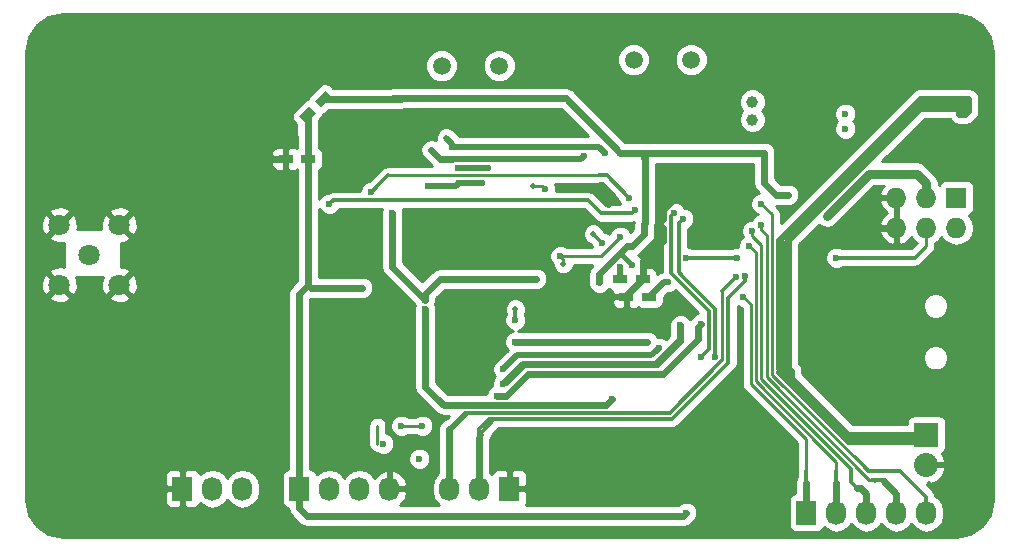
<source format=gbr>
G04 #@! TF.FileFunction,Copper,L2,Bot,Signal*
%FSLAX46Y46*%
G04 Gerber Fmt 4.6, Leading zero omitted, Abs format (unit mm)*
G04 Created by KiCad (PCBNEW 4.0.4-stable) date 11/24/16 17:28:53*
%MOMM*%
%LPD*%
G01*
G04 APERTURE LIST*
%ADD10C,0.150000*%
%ADD11C,1.798320*%
%ADD12C,1.795780*%
%ADD13R,1.727200X1.727200*%
%ADD14O,1.727200X1.727200*%
%ADD15C,1.000760*%
%ADD16R,1.200000X0.750000*%
%ADD17R,2.032000X2.032000*%
%ADD18O,2.032000X2.032000*%
%ADD19R,1.727200X2.032000*%
%ADD20O,1.727200X2.032000*%
%ADD21C,1.501140*%
%ADD22C,0.500000*%
%ADD23C,0.600000*%
%ADD24C,0.250000*%
%ADD25C,0.500000*%
%ADD26C,0.600000*%
%ADD27C,0.300000*%
%ADD28C,0.400000*%
%ADD29C,0.800000*%
%ADD30C,0.375000*%
%ADD31C,0.254000*%
G04 APERTURE END LIST*
D10*
D11*
X110998000Y-97282000D03*
D12*
X113538000Y-94742000D03*
X108458000Y-94742000D03*
X108458000Y-99822000D03*
X113538000Y-99822000D03*
D13*
X184404000Y-92456000D03*
D14*
X184404000Y-94996000D03*
X181864000Y-92456000D03*
X181864000Y-94996000D03*
X179324000Y-92456000D03*
X179324000Y-94996000D03*
D15*
X167132000Y-84340700D03*
X167132000Y-85839300D03*
D16*
X155956000Y-99314000D03*
X157856000Y-99314000D03*
X158364000Y-100838000D03*
X156464000Y-100838000D03*
D17*
X181864000Y-112522000D03*
D18*
X181864000Y-115062000D03*
D19*
X171704000Y-119126000D03*
D20*
X174244000Y-119126000D03*
X176784000Y-119126000D03*
X179324000Y-119126000D03*
X181864000Y-119126000D03*
D21*
X157071060Y-80772000D03*
X161952940Y-80772000D03*
X140815060Y-81280000D03*
X145696940Y-81280000D03*
D16*
X129540000Y-89154000D03*
X127640000Y-89154000D03*
D10*
G36*
X129307399Y-86106931D02*
X128777069Y-85576601D01*
X129625597Y-84728073D01*
X130155927Y-85258403D01*
X129307399Y-86106931D01*
X129307399Y-86106931D01*
G37*
G36*
X130650901Y-84763429D02*
X130120571Y-84233099D01*
X130969099Y-83384571D01*
X131499429Y-83914901D01*
X130650901Y-84763429D01*
X130650901Y-84763429D01*
G37*
D19*
X118872000Y-117094000D03*
D20*
X121412000Y-117094000D03*
X123952000Y-117094000D03*
D19*
X128778000Y-117094000D03*
D20*
X131318000Y-117094000D03*
X133858000Y-117094000D03*
X136398000Y-117094000D03*
D19*
X146558000Y-117094000D03*
D20*
X144018000Y-117094000D03*
X141478000Y-117094000D03*
D22*
X141224000Y-87376000D03*
X139954000Y-88392000D03*
X147066000Y-101854000D03*
X148590000Y-91440000D03*
X151130000Y-98044000D03*
X153670000Y-95504000D03*
D23*
X175006000Y-85344000D03*
X175006000Y-86614000D03*
X139192000Y-111760000D03*
X137414000Y-111760000D03*
X138938000Y-114554000D03*
X135890000Y-113284000D03*
X131064000Y-96286000D03*
X131064000Y-97536000D03*
X132314000Y-97536000D03*
X132314000Y-96286000D03*
X143799000Y-94470500D03*
X143799000Y-95758000D03*
X143799000Y-97045500D03*
X143764000Y-98044000D03*
X142494000Y-98044000D03*
X142511500Y-97045500D03*
X142511500Y-95758000D03*
X142511500Y-94470500D03*
X137160000Y-113284000D03*
X138938000Y-113284000D03*
X114808000Y-113030000D03*
X113538000Y-113030000D03*
X112014000Y-113030000D03*
X110744000Y-113030000D03*
X110744000Y-111506000D03*
X112014000Y-111506000D03*
X113538000Y-111506000D03*
X114808000Y-111506000D03*
X114808000Y-110236000D03*
X113538000Y-110236000D03*
X112014000Y-110236000D03*
X110744000Y-110236000D03*
X110744000Y-108712000D03*
X112014000Y-108712000D03*
X113538000Y-108712000D03*
X114808000Y-108712000D03*
X121158000Y-89154000D03*
X122174000Y-89154000D03*
X121158000Y-87122000D03*
X121158000Y-86106000D03*
X121158000Y-88138000D03*
X122174000Y-86106000D03*
X122174000Y-87122000D03*
X122174000Y-88138000D03*
X123444000Y-89154000D03*
X123444000Y-88138000D03*
X123444000Y-87122000D03*
X123444000Y-86106000D03*
X124460000Y-86106000D03*
X124460000Y-87122000D03*
X124460000Y-88138000D03*
X124460000Y-89154000D03*
X149860000Y-80518000D03*
X150876000Y-80518000D03*
X151892000Y-80518000D03*
X152908000Y-80518000D03*
X152908000Y-79502000D03*
X151892000Y-79502000D03*
X150876000Y-79502000D03*
X149860000Y-79502000D03*
X185674000Y-119888000D03*
X185674000Y-118872000D03*
X185674000Y-117856000D03*
X185674000Y-115316000D03*
X185674000Y-114300000D03*
X185674000Y-113284000D03*
X185674000Y-112268000D03*
X155194000Y-115062000D03*
X156464000Y-115062000D03*
X157734000Y-115062000D03*
X159004000Y-115062000D03*
X159004000Y-114046000D03*
X157734000Y-114046000D03*
X156464000Y-114046000D03*
X155194000Y-114046000D03*
X120650000Y-103592000D03*
X123444000Y-103592000D03*
X122174000Y-103592000D03*
X119634000Y-103592000D03*
X171958000Y-100838000D03*
X172974000Y-100838000D03*
X173736000Y-100838000D03*
X174752000Y-100838000D03*
X174752000Y-99822000D03*
X173736000Y-99822000D03*
X172974000Y-99822000D03*
X171958000Y-99822000D03*
X133604000Y-86106000D03*
X134874000Y-86106000D03*
X134874000Y-86868000D03*
X133604000Y-86868000D03*
X154386001Y-91394001D03*
X155448000Y-92456000D03*
X159577991Y-94234000D03*
X159577991Y-94996000D03*
X168910000Y-83312000D03*
X162052000Y-87122000D03*
X162052000Y-92456000D03*
X153924000Y-91694000D03*
X154940000Y-92964000D03*
X176784000Y-79756000D03*
X176784000Y-80518000D03*
X177800000Y-83566000D03*
X178816000Y-83566000D03*
X145542000Y-104394000D03*
X144526000Y-104394000D03*
X146050000Y-101854000D03*
X145288000Y-101854000D03*
X156972000Y-98133000D03*
X154178000Y-99633000D03*
X157988000Y-88646000D03*
X155956000Y-88646000D03*
X151384000Y-84074000D03*
X170180000Y-92202000D03*
X168148000Y-88646000D03*
X162814000Y-105918000D03*
X160528000Y-93726000D03*
X155888712Y-98357860D03*
X160020000Y-99568000D03*
X136652000Y-95250000D03*
X136652000Y-94488000D03*
X136652000Y-93726000D03*
X148844000Y-99314000D03*
X139446000Y-101092000D03*
X139700000Y-91440000D03*
X144272000Y-91186000D03*
X142280250Y-91186000D03*
X139446000Y-101854000D03*
X139446000Y-102616000D03*
X155248914Y-109528914D03*
X173482000Y-93980000D03*
X174244000Y-97536000D03*
X158242000Y-104648000D03*
X147066000Y-104648000D03*
X159238000Y-105156000D03*
X146029854Y-106949806D03*
X146050000Y-108204000D03*
X161036000Y-103236000D03*
X145542000Y-109220000D03*
X162814000Y-103124000D03*
X184150000Y-84328000D03*
X185166000Y-84328000D03*
X169926000Y-107188000D03*
X169418000Y-106426000D03*
X184658000Y-85090000D03*
X170180000Y-106426000D03*
X163964011Y-105918000D03*
X161290000Y-94234000D03*
X165862000Y-97536000D03*
X161544000Y-97536000D03*
X156718000Y-92456000D03*
X134874000Y-91948000D03*
X156718000Y-92456000D03*
X144780000Y-89916000D03*
X142240000Y-89916000D03*
X131318000Y-92964000D03*
X157226000Y-93472000D03*
X147066000Y-102808001D03*
X150876000Y-97383000D03*
X155956000Y-95758000D03*
X154432000Y-96266000D03*
X149606000Y-91694000D03*
X152908000Y-88900000D03*
X141732000Y-89154000D03*
X154686000Y-88646000D03*
X141732000Y-88138000D03*
X166527872Y-99055205D03*
X165738263Y-99183737D03*
X166370000Y-100838000D03*
X166878000Y-96520000D03*
X167132000Y-95250000D03*
X167894000Y-94742000D03*
X167894000Y-92964000D03*
X161544000Y-119126000D03*
X134112000Y-100076000D03*
X129540000Y-99060000D03*
X129540000Y-99822000D03*
X129540000Y-93472000D03*
D24*
X137414000Y-111760000D02*
X139192000Y-111760000D01*
X135382000Y-113284000D02*
X135382000Y-111760000D01*
X143799000Y-97045500D02*
X143799000Y-95758000D01*
X142511500Y-97045500D02*
X142511500Y-98280500D01*
X142511500Y-98280500D02*
X142494000Y-98298000D01*
X138938000Y-113284000D02*
X137160000Y-113284000D01*
D25*
X113538000Y-113030000D02*
X114808000Y-113030000D01*
X110744000Y-113030000D02*
X112014000Y-113030000D01*
X112014000Y-111506000D02*
X110744000Y-111506000D01*
X114808000Y-111506000D02*
X113538000Y-111506000D01*
X113538000Y-110236000D02*
X114808000Y-110236000D01*
X110744000Y-110236000D02*
X112014000Y-110236000D01*
X112014000Y-108712000D02*
X110744000Y-108712000D01*
X114808000Y-108712000D02*
X113538000Y-108712000D01*
X122174000Y-86106000D02*
X121158000Y-86106000D01*
X122174000Y-88138000D02*
X122174000Y-87122000D01*
X121158000Y-87122000D02*
X121158000Y-88138000D01*
X123444000Y-87122000D02*
X123444000Y-88138000D01*
X124460000Y-86106000D02*
X123444000Y-86106000D01*
X124460000Y-88138000D02*
X124460000Y-87122000D01*
X126440000Y-89154000D02*
X124460000Y-89154000D01*
X150876000Y-80518000D02*
X149860000Y-80518000D01*
X152908000Y-80518000D02*
X151892000Y-80518000D01*
X151892000Y-79502000D02*
X152908000Y-79502000D01*
X149860000Y-79502000D02*
X150876000Y-79502000D01*
X185674000Y-117856000D02*
X185674000Y-118872000D01*
X185674000Y-114300000D02*
X185674000Y-115316000D01*
X185674000Y-112268000D02*
X185674000Y-113284000D01*
X156464000Y-115062000D02*
X155194000Y-115062000D01*
X159004000Y-115062000D02*
X157734000Y-115062000D01*
X157734000Y-114046000D02*
X159004000Y-114046000D01*
X155194000Y-114046000D02*
X156464000Y-114046000D01*
D26*
X121920000Y-103592000D02*
X122174000Y-103592000D01*
X120650000Y-103592000D02*
X121920000Y-103592000D01*
X171958000Y-100838000D02*
X171958000Y-99822000D01*
X173736000Y-100838000D02*
X172974000Y-100838000D01*
X174752000Y-99822000D02*
X174752000Y-100838000D01*
X172974000Y-99822000D02*
X173736000Y-99822000D01*
X174752000Y-94996000D02*
X171958000Y-97790000D01*
X171958000Y-97790000D02*
X171958000Y-99822000D01*
X179324000Y-94996000D02*
X174752000Y-94996000D01*
X133604000Y-86106000D02*
X133604000Y-86868000D01*
X134874000Y-86868000D02*
X134874000Y-86106000D01*
D27*
X145288000Y-101854000D02*
X146050000Y-101854000D01*
D25*
X177800000Y-83566000D02*
X178816000Y-83566000D01*
D26*
X126440000Y-89154000D02*
X127640000Y-89154000D01*
D24*
X136144000Y-117094000D02*
X136144000Y-116941600D01*
D26*
X155448000Y-92456000D02*
X154386001Y-91394001D01*
X154940000Y-92964000D02*
X154940000Y-92710000D01*
X154940000Y-92710000D02*
X153924000Y-91694000D01*
X159577991Y-94234000D02*
X159577991Y-93492007D01*
X159577991Y-96111007D02*
X159577991Y-94996000D01*
X162052000Y-87122000D02*
X168148000Y-87122000D01*
X168910000Y-86360000D02*
X168910000Y-83312000D01*
X168148000Y-87122000D02*
X168910000Y-86360000D01*
X160613998Y-92456000D02*
X162052000Y-92456000D01*
X157856000Y-99314000D02*
X157856000Y-97832998D01*
X157856000Y-97832998D02*
X159577991Y-96111007D01*
X159577991Y-93492007D02*
X160613998Y-92456000D01*
X156464000Y-100838000D02*
X156464000Y-100706000D01*
X156464000Y-100706000D02*
X157856000Y-99314000D01*
X176784000Y-80518000D02*
X176784000Y-79756000D01*
X178308000Y-81788000D02*
X178308000Y-83566000D01*
X178054000Y-81534000D02*
X178308000Y-81788000D01*
X178054000Y-81026000D02*
X178816000Y-81788000D01*
X176784000Y-79756000D02*
X178054000Y-81026000D01*
X178054000Y-81026000D02*
X178054000Y-81534000D01*
X178816000Y-81788000D02*
X178816000Y-83566000D01*
X177800000Y-83566000D02*
X177800000Y-81534000D01*
X177800000Y-81534000D02*
X176784000Y-80518000D01*
X145034000Y-102616000D02*
X145288000Y-102616000D01*
X145288000Y-102616000D02*
X145542000Y-102362000D01*
X145034000Y-104394000D02*
X145542000Y-104394000D01*
X144526000Y-104394000D02*
X145034000Y-104394000D01*
X145034000Y-104394000D02*
X145034000Y-102616000D01*
X145542000Y-104394000D02*
X145542000Y-102362000D01*
X145542000Y-102362000D02*
X146050000Y-101854000D01*
X144526000Y-104394000D02*
X144526000Y-102616000D01*
X144526000Y-102616000D02*
X145288000Y-101854000D01*
X137414000Y-84028001D02*
X136697999Y-84028001D01*
X151338001Y-84028001D02*
X137414000Y-84028001D01*
X137414000Y-84028001D02*
X137368001Y-84074000D01*
X137368001Y-84074000D02*
X130810000Y-84074000D01*
X136652000Y-84074000D02*
X134620000Y-84074000D01*
X134620000Y-84074000D02*
X130810000Y-84074000D01*
X155956000Y-88646000D02*
X151338001Y-84028001D01*
X136697999Y-84028001D02*
X136652000Y-84074000D01*
D28*
X156972000Y-98133000D02*
X155956000Y-97117000D01*
X155956000Y-97117000D02*
X155956000Y-97113998D01*
D26*
X156511997Y-96558001D02*
X155956000Y-97113998D01*
X155956000Y-97113998D02*
X154178000Y-98891998D01*
X154178000Y-98891998D02*
X154178000Y-99633000D01*
X157988000Y-95504000D02*
X156933999Y-96558001D01*
X156933999Y-96558001D02*
X156511997Y-96558001D01*
X157988000Y-94651002D02*
X157988000Y-95504000D01*
X157988000Y-88646000D02*
X157988000Y-89070264D01*
X158026001Y-94613001D02*
X157988000Y-94651002D01*
X157988000Y-89070264D02*
X158026001Y-89108265D01*
X158026001Y-89108265D02*
X158026001Y-94613001D01*
X157988000Y-88646000D02*
X155956000Y-88646000D01*
X168148000Y-88646000D02*
X157988000Y-88646000D01*
X155956000Y-88646000D02*
X153670000Y-86360000D01*
X168148000Y-91186000D02*
X169164000Y-92202000D01*
X169164000Y-92202000D02*
X170180000Y-92202000D01*
X168148000Y-88646000D02*
X168148000Y-91186000D01*
D27*
X160220002Y-98806000D02*
X163464001Y-102049999D01*
X160528000Y-93726000D02*
X160228001Y-94025999D01*
X160228001Y-94025999D02*
X160228001Y-98798001D01*
X160228001Y-98798001D02*
X160220002Y-98806000D01*
X163464001Y-105013999D02*
X163464001Y-105267999D01*
X163464001Y-105267999D02*
X162814000Y-105918000D01*
X163464001Y-102049999D02*
X163464001Y-105013999D01*
D25*
X155956000Y-99314000D02*
X155956000Y-98425148D01*
X155956000Y-98425148D02*
X155888712Y-98357860D01*
X160020000Y-99568000D02*
X159634000Y-99568000D01*
X159634000Y-99568000D02*
X158364000Y-100838000D01*
X142280250Y-91186000D02*
X144272000Y-91186000D01*
X139700000Y-91440000D02*
X142026250Y-91440000D01*
X142026250Y-91440000D02*
X142280250Y-91186000D01*
D26*
X136652000Y-93726000D02*
X136652000Y-98298000D01*
X136652000Y-98298000D02*
X139446000Y-101092000D01*
X136652000Y-94488000D02*
X136652000Y-95250000D01*
X136652000Y-93726000D02*
X136652000Y-94488000D01*
X148082000Y-99314000D02*
X148844000Y-99314000D01*
X140716000Y-99314000D02*
X148082000Y-99314000D01*
X139446000Y-101092000D02*
X139446000Y-100584000D01*
X139446000Y-100584000D02*
X140716000Y-99314000D01*
X139446000Y-102616000D02*
X139446000Y-101854000D01*
X139446000Y-108458000D02*
X139446000Y-102616000D01*
X140462000Y-109474000D02*
X139446000Y-108458000D01*
X141008008Y-110020008D02*
X140462000Y-109474000D01*
X155248914Y-109528914D02*
X154757820Y-110020008D01*
X154757820Y-110020008D02*
X141008008Y-110020008D01*
D29*
X181864000Y-92456000D02*
X181864000Y-91234686D01*
X181864000Y-91234686D02*
X181053314Y-90424000D01*
X181053314Y-90424000D02*
X177038000Y-90424000D01*
X177038000Y-90424000D02*
X173482000Y-93980000D01*
D27*
X174244000Y-97536000D02*
X180848000Y-97536000D01*
D24*
X180848000Y-97536000D02*
X181864000Y-96520000D01*
X181864000Y-96520000D02*
X181864000Y-94996000D01*
D26*
X147066000Y-104648000D02*
X158242000Y-104648000D01*
D25*
X146029854Y-106949806D02*
X147165650Y-105814010D01*
X147165650Y-105814010D02*
X158579990Y-105814010D01*
X158579990Y-105814010D02*
X158938001Y-105455999D01*
X158938001Y-105455999D02*
X159238000Y-105156000D01*
X146050000Y-108204000D02*
X147739980Y-106514020D01*
X147739980Y-106514020D02*
X158989982Y-106514020D01*
X158989982Y-106514020D02*
X161036000Y-104468002D01*
X161036000Y-104468002D02*
X161036000Y-103660264D01*
X161036000Y-103660264D02*
X161036000Y-103236000D01*
X146267365Y-108024645D02*
X146229355Y-108024645D01*
X146229355Y-108024645D02*
X146050000Y-108204000D01*
D26*
X159028982Y-106564020D02*
X161036000Y-104557002D01*
X161036000Y-104557002D02*
X161036000Y-103236000D01*
X146267365Y-108024645D02*
X147727990Y-106564020D01*
X147727990Y-106564020D02*
X159028982Y-106564020D01*
X162514001Y-104385119D02*
X162514001Y-103423999D01*
X162514001Y-103423999D02*
X162814000Y-103124000D01*
X146304000Y-109220000D02*
X148159970Y-107364030D01*
X148159970Y-107364030D02*
X159535090Y-107364030D01*
X159535090Y-107364030D02*
X162514001Y-104385119D01*
X145542000Y-109220000D02*
X146304000Y-109220000D01*
D27*
X162514001Y-104385119D02*
X159810090Y-107089030D01*
D26*
X169418000Y-107188000D02*
X175260000Y-113030000D01*
X175260000Y-113030000D02*
X175768000Y-113030000D01*
X170180000Y-106426000D02*
X169418000Y-107188000D01*
X169672000Y-106934000D02*
X169926000Y-107188000D01*
X169418000Y-106426000D02*
X169418000Y-106850264D01*
X169418000Y-106850264D02*
X169501736Y-106934000D01*
X169501736Y-106934000D02*
X169672000Y-106934000D01*
X175768000Y-113030000D02*
X181356000Y-113030000D01*
X181356000Y-113030000D02*
X181864000Y-112522000D01*
X170434000Y-107696000D02*
X175768000Y-113030000D01*
X169926000Y-107188000D02*
X175260000Y-112522000D01*
X175260000Y-112522000D02*
X181864000Y-112522000D01*
X169926000Y-107188000D02*
X170434000Y-107696000D01*
X170180000Y-106426000D02*
X170180000Y-106850264D01*
X170180000Y-106850264D02*
X170434000Y-107104264D01*
X170434000Y-107104264D02*
X170434000Y-107696000D01*
X184658000Y-84328000D02*
X185420000Y-85090000D01*
X185420000Y-85090000D02*
X185420000Y-84328000D01*
X185166000Y-85344000D02*
X185420000Y-85090000D01*
X184658000Y-85344000D02*
X185166000Y-85344000D01*
X184658000Y-84836000D02*
X184658000Y-85344000D01*
X169418000Y-96012000D02*
X181356000Y-84074000D01*
X181356000Y-84074000D02*
X185420000Y-84074000D01*
X185420000Y-84074000D02*
X185420000Y-84328000D01*
X169926000Y-107188000D02*
X169926000Y-96520000D01*
X169926000Y-96520000D02*
X169418000Y-96012000D01*
X184658000Y-84328000D02*
X185420000Y-84328000D01*
X181353194Y-84836000D02*
X181610000Y-84836000D01*
X181610000Y-84836000D02*
X184658000Y-84836000D01*
X180848000Y-84582000D02*
X181356000Y-84582000D01*
X181356000Y-84582000D02*
X181610000Y-84836000D01*
X169418000Y-106426000D02*
X169418000Y-96012000D01*
X181610000Y-84328000D02*
X184658000Y-84328000D01*
X169926000Y-107188000D02*
X169926000Y-106680000D01*
X169926000Y-106680000D02*
X170180000Y-106426000D01*
X169418000Y-106426000D02*
X169717999Y-106126001D01*
X170180000Y-106426000D02*
X170180000Y-96009194D01*
X170180000Y-96009194D02*
X181353194Y-84836000D01*
D27*
X161290000Y-94234000D02*
X160893999Y-94630001D01*
X163964011Y-104902000D02*
X163964011Y-105918000D01*
X163964011Y-101842889D02*
X163964011Y-104902000D01*
X160893999Y-98772877D02*
X161181122Y-99060000D01*
X161181122Y-99060000D02*
X163964011Y-101842889D01*
X160893999Y-94630001D02*
X160893999Y-98772877D01*
X161544000Y-97536000D02*
X165862000Y-97536000D01*
X134874000Y-91948000D02*
X136280999Y-90541001D01*
D24*
X136280999Y-90541001D02*
X154178000Y-90541001D01*
D27*
X154178000Y-90541001D02*
X154803001Y-90541001D01*
X154803001Y-90541001D02*
X156718000Y-92456000D01*
D24*
X135225239Y-91596761D02*
X134874000Y-91948000D01*
D25*
X142240000Y-89916000D02*
X144780000Y-89916000D01*
D27*
X131318000Y-92964000D02*
X131617999Y-92664001D01*
X131617999Y-92664001D02*
X153224879Y-92664001D01*
X153224879Y-92664001D02*
X154332877Y-93771999D01*
X154332877Y-93771999D02*
X156926001Y-93771999D01*
X156926001Y-93771999D02*
X157226000Y-93472000D01*
X131617999Y-92664001D02*
X135341002Y-92664001D01*
D24*
X131658997Y-92704999D02*
X131617999Y-92664001D01*
D27*
X153265877Y-92704999D02*
X154166889Y-93606011D01*
X157091989Y-93606011D02*
X157226000Y-93472000D01*
D24*
X147066000Y-101854000D02*
X147066000Y-102808001D01*
X147066000Y-102616000D02*
X147066000Y-102808001D01*
D27*
X147066000Y-101854000D02*
X147066000Y-102616000D01*
X147066000Y-102362000D02*
X147066000Y-102616000D01*
D24*
X151130000Y-98044000D02*
X151130000Y-97653000D01*
X151130000Y-97653000D02*
X150841467Y-97364467D01*
X150876000Y-97399000D02*
X154315000Y-97399000D01*
X150876000Y-97399000D02*
X150841467Y-97364467D01*
X154315000Y-97399000D02*
X155956000Y-95758000D01*
X153670000Y-95504000D02*
X154432000Y-96266000D01*
X149352000Y-91440000D02*
X149606000Y-91694000D01*
X148590000Y-91440000D02*
X149352000Y-91440000D01*
D25*
X141732000Y-89154000D02*
X152654000Y-89154000D01*
X152654000Y-89154000D02*
X152908000Y-88900000D01*
D26*
X139954000Y-88392000D02*
X140716000Y-89154000D01*
X140716000Y-89154000D02*
X141732000Y-89154000D01*
D24*
X152862001Y-88854001D02*
X152908000Y-88900000D01*
D25*
X141732000Y-88138000D02*
X141732000Y-87884000D01*
X141732000Y-87884000D02*
X141224000Y-87376000D01*
X141732000Y-88138000D02*
X154178000Y-88138000D01*
X154178000Y-88138000D02*
X154686000Y-88646000D01*
D30*
X144018000Y-112776000D02*
X144272000Y-112522000D01*
X144018000Y-112268000D02*
X144018000Y-112014000D01*
X144018000Y-112776000D02*
X144018000Y-112268000D01*
D27*
X160344107Y-111170026D02*
X145288000Y-111207528D01*
X145288000Y-111207528D02*
X144861974Y-111207528D01*
D30*
X144018000Y-112268000D02*
X144226497Y-112268000D01*
X144226497Y-112268000D02*
X145286969Y-111207528D01*
X145286969Y-111207528D02*
X145288000Y-111207528D01*
X144018000Y-112014000D02*
X144824472Y-111207528D01*
X144824472Y-111207528D02*
X144861974Y-111207528D01*
D27*
X166527872Y-99479469D02*
X166527872Y-99055205D01*
D26*
X144018000Y-115478000D02*
X144018000Y-112776000D01*
D27*
X166527872Y-99479469D02*
X165089020Y-100918321D01*
X165089020Y-106425113D02*
X160344107Y-111170026D01*
X165089020Y-100918321D02*
X165089020Y-106425113D01*
D26*
X144018000Y-117094000D02*
X144018000Y-115478000D01*
D30*
X141732000Y-112014000D02*
X143002000Y-110744000D01*
X141478000Y-112014000D02*
X141732000Y-112014000D01*
D27*
X165738263Y-99183737D02*
X164589012Y-100332988D01*
X164589012Y-106218001D02*
X160136995Y-110670018D01*
X160136995Y-110670018D02*
X142821982Y-110670018D01*
X142821982Y-110670018D02*
X142748000Y-110744000D01*
X142748000Y-110744000D02*
X141478000Y-112014000D01*
D26*
X141478000Y-117094000D02*
X141478000Y-112014000D01*
D24*
X164589012Y-100332988D02*
X164589012Y-106218001D01*
X171704000Y-112903536D02*
X171704000Y-115570000D01*
D27*
X171704000Y-115570000D02*
X171704000Y-116586000D01*
D26*
X171704000Y-116586000D02*
X171704000Y-119126000D01*
D24*
X166992952Y-108192488D02*
X171576464Y-112776000D01*
X171576464Y-112776000D02*
X171704000Y-112903536D01*
X166992952Y-103517048D02*
X166992952Y-108192488D01*
X166370000Y-100838000D02*
X166992952Y-101460952D01*
X166992952Y-101460952D02*
X166992952Y-103517048D01*
X174244000Y-114807126D02*
X174244000Y-115570000D01*
D27*
X174244000Y-115570000D02*
X174244000Y-116586000D01*
D26*
X174244000Y-116586000D02*
X174244000Y-119126000D01*
D24*
X167442962Y-108006088D02*
X172974874Y-113538000D01*
X172974874Y-113538000D02*
X174244000Y-114807126D01*
X167442962Y-103067038D02*
X167442962Y-108006088D01*
X166878000Y-96520000D02*
X167442962Y-97084962D01*
X167442962Y-97084962D02*
X167442962Y-103067038D01*
D27*
X176022000Y-117048000D02*
X175514000Y-116540000D01*
D26*
X176784000Y-119126000D02*
X176784000Y-117510000D01*
X176784000Y-117510000D02*
X176322000Y-117048000D01*
X176322000Y-117048000D02*
X176022000Y-117048000D01*
D24*
X167892972Y-107819688D02*
X175496323Y-115458393D01*
D27*
X175514000Y-116540000D02*
X175514000Y-115476070D01*
X175514000Y-115476070D02*
X175496323Y-115458393D01*
D24*
X167132000Y-95250000D02*
X167132000Y-95674264D01*
X167132000Y-95674264D02*
X167892972Y-96435236D01*
X167892972Y-96435236D02*
X167892972Y-107819688D01*
X177292000Y-116390076D02*
X177546000Y-116449010D01*
X177041694Y-116332000D02*
X177292000Y-116390076D01*
D30*
X177292000Y-116390076D02*
X178204076Y-116390076D01*
X178204076Y-116390076D02*
X178263010Y-116449010D01*
D26*
X179324000Y-119126000D02*
X179324000Y-117510000D01*
X179324000Y-117510000D02*
X178263010Y-116449010D01*
X179324000Y-119126000D02*
X179324000Y-117856000D01*
D24*
X167894000Y-94742000D02*
X167894000Y-95166264D01*
X167894000Y-95166264D02*
X168342980Y-95615244D01*
X168342980Y-95615244D02*
X168342981Y-107633287D01*
X168342981Y-107633287D02*
X177041694Y-116332000D01*
X168792990Y-107446886D02*
X176547677Y-115166219D01*
D27*
X181864000Y-119126000D02*
X181864000Y-117810000D01*
X181864000Y-117810000D02*
X179624000Y-115570000D01*
X179624000Y-115570000D02*
X176951458Y-115570000D01*
X176951458Y-115570000D02*
X176547677Y-115166219D01*
D26*
X181864000Y-119126000D02*
X181864000Y-118750104D01*
D24*
X167894000Y-92964000D02*
X168792990Y-93862990D01*
X168792990Y-93862990D02*
X168792990Y-107446886D01*
D26*
X129540000Y-87122000D02*
X129540000Y-89022000D01*
X129540000Y-85974000D02*
X129540000Y-87122000D01*
X129540000Y-87122000D02*
X129466498Y-87048498D01*
X129466498Y-87048498D02*
X129466498Y-85417502D01*
X161290000Y-119380000D02*
X161544000Y-119126000D01*
X129448000Y-119380000D02*
X161290000Y-119380000D01*
X128778000Y-118710000D02*
X129448000Y-119380000D01*
X128778000Y-117094000D02*
X128778000Y-118710000D01*
X129540000Y-91186000D02*
X129540000Y-92456000D01*
X129540000Y-92456000D02*
X129540000Y-93472000D01*
X129540000Y-89154000D02*
X129540000Y-92456000D01*
X129540000Y-89022000D02*
X129408000Y-89154000D01*
X129540000Y-99822000D02*
X129540000Y-99060000D01*
X128778000Y-117094000D02*
X128778000Y-100584000D01*
X128778000Y-100584000D02*
X129540000Y-99822000D01*
X133350000Y-100076000D02*
X134112000Y-100076000D01*
X129794000Y-100076000D02*
X133350000Y-100076000D01*
X129540000Y-93472000D02*
X129540000Y-99060000D01*
X129540000Y-99822000D02*
X129794000Y-100076000D01*
D31*
G36*
X185584995Y-77158824D02*
X186586196Y-77827804D01*
X187255175Y-78829005D01*
X187504000Y-80079931D01*
X187504000Y-118040069D01*
X187255175Y-119290995D01*
X186586196Y-120292196D01*
X185584995Y-120961176D01*
X184334069Y-121210000D01*
X108781931Y-121210000D01*
X107531005Y-120961175D01*
X106529804Y-120292196D01*
X105860824Y-119290995D01*
X105612000Y-118040069D01*
X105612000Y-117379750D01*
X117373400Y-117379750D01*
X117373400Y-118236309D01*
X117470073Y-118469698D01*
X117648701Y-118648327D01*
X117882090Y-118745000D01*
X118586250Y-118745000D01*
X118745000Y-118586250D01*
X118745000Y-117221000D01*
X117532150Y-117221000D01*
X117373400Y-117379750D01*
X105612000Y-117379750D01*
X105612000Y-115951691D01*
X117373400Y-115951691D01*
X117373400Y-116808250D01*
X117532150Y-116967000D01*
X118745000Y-116967000D01*
X118745000Y-115601750D01*
X118999000Y-115601750D01*
X118999000Y-116967000D01*
X119019000Y-116967000D01*
X119019000Y-117221000D01*
X118999000Y-117221000D01*
X118999000Y-118586250D01*
X119157750Y-118745000D01*
X119861910Y-118745000D01*
X120095299Y-118648327D01*
X120273927Y-118469698D01*
X120337500Y-118316220D01*
X120352330Y-118338415D01*
X120838511Y-118663271D01*
X121412000Y-118777345D01*
X121985489Y-118663271D01*
X122471670Y-118338415D01*
X122682000Y-118023634D01*
X122892330Y-118338415D01*
X123378511Y-118663271D01*
X123952000Y-118777345D01*
X124525489Y-118663271D01*
X125011670Y-118338415D01*
X125336526Y-117852234D01*
X125450600Y-117278745D01*
X125450600Y-116909255D01*
X125336526Y-116335766D01*
X125164293Y-116078000D01*
X127266960Y-116078000D01*
X127266960Y-118110000D01*
X127311238Y-118345317D01*
X127450310Y-118561441D01*
X127662510Y-118706431D01*
X127849836Y-118744365D01*
X127914173Y-119067809D01*
X128116855Y-119371145D01*
X128786855Y-120041145D01*
X129090191Y-120243827D01*
X129448000Y-120315000D01*
X161290000Y-120315000D01*
X161647809Y-120243827D01*
X161951145Y-120041145D01*
X162204854Y-119787436D01*
X162336192Y-119656327D01*
X162478838Y-119312799D01*
X162479162Y-118940833D01*
X162337117Y-118597057D01*
X162074327Y-118333808D01*
X161730799Y-118191162D01*
X161358833Y-118190838D01*
X161015057Y-118332883D01*
X160902744Y-118445000D01*
X147970157Y-118445000D01*
X148056600Y-118236309D01*
X148056600Y-117379750D01*
X147897850Y-117221000D01*
X146685000Y-117221000D01*
X146685000Y-117241000D01*
X146431000Y-117241000D01*
X146431000Y-117221000D01*
X146411000Y-117221000D01*
X146411000Y-116967000D01*
X146431000Y-116967000D01*
X146431000Y-115601750D01*
X146685000Y-115601750D01*
X146685000Y-116967000D01*
X147897850Y-116967000D01*
X148056600Y-116808250D01*
X148056600Y-115951691D01*
X147959927Y-115718302D01*
X147781299Y-115539673D01*
X147547910Y-115443000D01*
X146843750Y-115443000D01*
X146685000Y-115601750D01*
X146431000Y-115601750D01*
X146272250Y-115443000D01*
X145568090Y-115443000D01*
X145334701Y-115539673D01*
X145156073Y-115718302D01*
X145092500Y-115871780D01*
X145077670Y-115849585D01*
X144953000Y-115766283D01*
X144953000Y-112954826D01*
X145031891Y-112836757D01*
X145084272Y-112573415D01*
X145666098Y-111991589D01*
X160346063Y-111955024D01*
X160495249Y-111924962D01*
X160644514Y-111895271D01*
X160645344Y-111894716D01*
X160646319Y-111894520D01*
X160772585Y-111809697D01*
X160899186Y-111725105D01*
X165644099Y-106980192D01*
X165814265Y-106725520D01*
X165874020Y-106425113D01*
X165874020Y-101644454D01*
X166183201Y-101772838D01*
X166230077Y-101772879D01*
X166232952Y-101775754D01*
X166232952Y-108192488D01*
X166290804Y-108483327D01*
X166455551Y-108729889D01*
X170944000Y-113218338D01*
X170944000Y-115444318D01*
X170919000Y-115570000D01*
X170919000Y-116110218D01*
X170840173Y-116228191D01*
X170769000Y-116586000D01*
X170769000Y-117475995D01*
X170605083Y-117506838D01*
X170388959Y-117645910D01*
X170243969Y-117858110D01*
X170192960Y-118110000D01*
X170192960Y-120142000D01*
X170237238Y-120377317D01*
X170376310Y-120593441D01*
X170588510Y-120738431D01*
X170840400Y-120789440D01*
X172567600Y-120789440D01*
X172802917Y-120745162D01*
X173019041Y-120606090D01*
X173164031Y-120393890D01*
X173172400Y-120352561D01*
X173184330Y-120370415D01*
X173670511Y-120695271D01*
X174244000Y-120809345D01*
X174817489Y-120695271D01*
X175303670Y-120370415D01*
X175514000Y-120055634D01*
X175724330Y-120370415D01*
X176210511Y-120695271D01*
X176784000Y-120809345D01*
X177357489Y-120695271D01*
X177843670Y-120370415D01*
X178054000Y-120055634D01*
X178264330Y-120370415D01*
X178750511Y-120695271D01*
X179324000Y-120809345D01*
X179897489Y-120695271D01*
X180383670Y-120370415D01*
X180594000Y-120055634D01*
X180804330Y-120370415D01*
X181290511Y-120695271D01*
X181864000Y-120809345D01*
X182437489Y-120695271D01*
X182923670Y-120370415D01*
X183248526Y-119884234D01*
X183362600Y-119310745D01*
X183362600Y-118941255D01*
X183248526Y-118367766D01*
X182923670Y-117881585D01*
X182623320Y-117680897D01*
X182591247Y-117519657D01*
X182589245Y-117509593D01*
X182419079Y-117254921D01*
X181877158Y-116713000D01*
X181991002Y-116713000D01*
X181991002Y-116549368D01*
X182246946Y-116667983D01*
X182832379Y-116399188D01*
X183270385Y-115926818D01*
X183469975Y-115444944D01*
X183350836Y-115189000D01*
X181991000Y-115189000D01*
X181991000Y-115209000D01*
X181737000Y-115209000D01*
X181737000Y-115189000D01*
X181717000Y-115189000D01*
X181717000Y-114935000D01*
X181737000Y-114935000D01*
X181737000Y-114915000D01*
X181991000Y-114915000D01*
X181991000Y-114935000D01*
X183350836Y-114935000D01*
X183469975Y-114679056D01*
X183270385Y-114197182D01*
X183179903Y-114099602D01*
X183331441Y-114002090D01*
X183476431Y-113789890D01*
X183527440Y-113538000D01*
X183527440Y-111506000D01*
X183483162Y-111270683D01*
X183344090Y-111054559D01*
X183131890Y-110909569D01*
X182880000Y-110858560D01*
X180848000Y-110858560D01*
X180612683Y-110902838D01*
X180396559Y-111041910D01*
X180251569Y-111254110D01*
X180200560Y-111506000D01*
X180200560Y-111587000D01*
X175647290Y-111587000D01*
X171369000Y-107308710D01*
X171369000Y-107104264D01*
X171297827Y-106746455D01*
X171115000Y-106472834D01*
X171115000Y-106426816D01*
X171115162Y-106240833D01*
X171115000Y-106240441D01*
X171115000Y-106214070D01*
X181541232Y-106214070D01*
X181706002Y-106612843D01*
X182010833Y-106918206D01*
X182409317Y-107083671D01*
X182840790Y-107084048D01*
X183239563Y-106919278D01*
X183544926Y-106614447D01*
X183710391Y-106215963D01*
X183710768Y-105784490D01*
X183545998Y-105385717D01*
X183241167Y-105080354D01*
X182842683Y-104914889D01*
X182411210Y-104914512D01*
X182012437Y-105079282D01*
X181707074Y-105384113D01*
X181541609Y-105782597D01*
X181541232Y-106214070D01*
X171115000Y-106214070D01*
X171115000Y-101814790D01*
X181541232Y-101814790D01*
X181706002Y-102213563D01*
X182010833Y-102518926D01*
X182409317Y-102684391D01*
X182840790Y-102684768D01*
X183239563Y-102519998D01*
X183544926Y-102215167D01*
X183710391Y-101816683D01*
X183710768Y-101385210D01*
X183545998Y-100986437D01*
X183241167Y-100681074D01*
X182842683Y-100515609D01*
X182411210Y-100515232D01*
X182012437Y-100680002D01*
X181707074Y-100984833D01*
X181541609Y-101383317D01*
X181541232Y-101814790D01*
X171115000Y-101814790D01*
X171115000Y-96396484D01*
X172156456Y-95355027D01*
X177869032Y-95355027D01*
X178117179Y-95884490D01*
X178549053Y-96278688D01*
X178964974Y-96450958D01*
X179197000Y-96329817D01*
X179197000Y-95123000D01*
X177989531Y-95123000D01*
X177869032Y-95355027D01*
X172156456Y-95355027D01*
X172779807Y-94731676D01*
X173085923Y-94936215D01*
X173482000Y-95015001D01*
X173878077Y-94936215D01*
X174213856Y-94711856D01*
X176110684Y-92815027D01*
X177869032Y-92815027D01*
X178117179Y-93344490D01*
X178535152Y-93726000D01*
X178117179Y-94107510D01*
X177869032Y-94636973D01*
X177989531Y-94869000D01*
X179197000Y-94869000D01*
X179197000Y-92583000D01*
X177989531Y-92583000D01*
X177869032Y-92815027D01*
X176110684Y-92815027D01*
X177466711Y-91459000D01*
X178236060Y-91459000D01*
X178117179Y-91567510D01*
X177869032Y-92096973D01*
X177989531Y-92329000D01*
X179197000Y-92329000D01*
X179197000Y-92309000D01*
X179451000Y-92309000D01*
X179451000Y-92329000D01*
X179471000Y-92329000D01*
X179471000Y-92583000D01*
X179451000Y-92583000D01*
X179451000Y-94869000D01*
X179471000Y-94869000D01*
X179471000Y-95123000D01*
X179451000Y-95123000D01*
X179451000Y-96329817D01*
X179683026Y-96450958D01*
X180098947Y-96278688D01*
X180530821Y-95884490D01*
X180588336Y-95761772D01*
X180804330Y-96085029D01*
X181056005Y-96253193D01*
X180558198Y-96751000D01*
X174781506Y-96751000D01*
X174774327Y-96743808D01*
X174430799Y-96601162D01*
X174058833Y-96600838D01*
X173715057Y-96742883D01*
X173451808Y-97005673D01*
X173309162Y-97349201D01*
X173308838Y-97721167D01*
X173450883Y-98064943D01*
X173713673Y-98328192D01*
X174057201Y-98470838D01*
X174429167Y-98471162D01*
X174772943Y-98329117D01*
X174781074Y-98321000D01*
X180848000Y-98321000D01*
X181148406Y-98261245D01*
X181403079Y-98091079D01*
X181474273Y-97984529D01*
X182401401Y-97057401D01*
X182566148Y-96810839D01*
X182624000Y-96520000D01*
X182624000Y-96285262D01*
X182923670Y-96085029D01*
X183134000Y-95770248D01*
X183344330Y-96085029D01*
X183830511Y-96409885D01*
X184404000Y-96523959D01*
X184977489Y-96409885D01*
X185463670Y-96085029D01*
X185788526Y-95598848D01*
X185902600Y-95025359D01*
X185902600Y-94966641D01*
X185788526Y-94393152D01*
X185477426Y-93927558D01*
X185502917Y-93922762D01*
X185719041Y-93783690D01*
X185864031Y-93571490D01*
X185915040Y-93319600D01*
X185915040Y-91592400D01*
X185870762Y-91357083D01*
X185731690Y-91140959D01*
X185519490Y-90995969D01*
X185267600Y-90944960D01*
X183540400Y-90944960D01*
X183305083Y-90989238D01*
X183088959Y-91128310D01*
X182943969Y-91340510D01*
X182935136Y-91384131D01*
X182923670Y-91366971D01*
X182899000Y-91350487D01*
X182899000Y-91234691D01*
X182899001Y-91234686D01*
X182820215Y-90838609D01*
X182795086Y-90801000D01*
X182595856Y-90502830D01*
X182595853Y-90502828D01*
X181785170Y-89692144D01*
X181449391Y-89467785D01*
X181053314Y-89388999D01*
X181053309Y-89389000D01*
X178122483Y-89389000D01*
X181740483Y-85771000D01*
X183840405Y-85771000D01*
X183996855Y-86005145D01*
X184300191Y-86207827D01*
X184658000Y-86279000D01*
X185166000Y-86279000D01*
X185523809Y-86207827D01*
X185827145Y-86005145D01*
X186081145Y-85751145D01*
X186283827Y-85447809D01*
X186355000Y-85090000D01*
X186355000Y-84074000D01*
X186283827Y-83716191D01*
X186081145Y-83412855D01*
X185777809Y-83210173D01*
X185420000Y-83139000D01*
X181356005Y-83139000D01*
X181356000Y-83138999D01*
X181057556Y-83198364D01*
X180998191Y-83210173D01*
X180694855Y-83412855D01*
X180694853Y-83412858D01*
X180186858Y-83920853D01*
X180186855Y-83920855D01*
X180186853Y-83920858D01*
X169552990Y-94554720D01*
X169552990Y-93862990D01*
X169495138Y-93572151D01*
X169330391Y-93325589D01*
X169136290Y-93131488D01*
X169164000Y-93137000D01*
X170179184Y-93137000D01*
X170365167Y-93137162D01*
X170708943Y-92995117D01*
X170972192Y-92732327D01*
X171114838Y-92388799D01*
X171115162Y-92016833D01*
X170973117Y-91673057D01*
X170710327Y-91409808D01*
X170366799Y-91267162D01*
X169994833Y-91266838D01*
X169994441Y-91267000D01*
X169551290Y-91267000D01*
X169083000Y-90798710D01*
X169083000Y-88646816D01*
X169083162Y-88460833D01*
X168941117Y-88117057D01*
X168678327Y-87853808D01*
X168334799Y-87711162D01*
X167962833Y-87710838D01*
X167962441Y-87711000D01*
X157988816Y-87711000D01*
X157802833Y-87710838D01*
X157802441Y-87711000D01*
X156343290Y-87711000D01*
X153197840Y-84565550D01*
X165996424Y-84565550D01*
X166168911Y-84983001D01*
X166275630Y-85089906D01*
X166170033Y-85195319D01*
X165996818Y-85612468D01*
X165996424Y-86064150D01*
X166168911Y-86481601D01*
X166488019Y-86801267D01*
X166905168Y-86974482D01*
X167356850Y-86974876D01*
X167774301Y-86802389D01*
X168093967Y-86483281D01*
X168267182Y-86066132D01*
X168267576Y-85614450D01*
X168232338Y-85529167D01*
X174070838Y-85529167D01*
X174212883Y-85872943D01*
X174318710Y-85978954D01*
X174213808Y-86083673D01*
X174071162Y-86427201D01*
X174070838Y-86799167D01*
X174212883Y-87142943D01*
X174475673Y-87406192D01*
X174819201Y-87548838D01*
X175191167Y-87549162D01*
X175534943Y-87407117D01*
X175798192Y-87144327D01*
X175940838Y-86800799D01*
X175941162Y-86428833D01*
X175799117Y-86085057D01*
X175693290Y-85979046D01*
X175798192Y-85874327D01*
X175940838Y-85530799D01*
X175941162Y-85158833D01*
X175799117Y-84815057D01*
X175536327Y-84551808D01*
X175192799Y-84409162D01*
X174820833Y-84408838D01*
X174477057Y-84550883D01*
X174213808Y-84813673D01*
X174071162Y-85157201D01*
X174070838Y-85529167D01*
X168232338Y-85529167D01*
X168095089Y-85196999D01*
X167988370Y-85090094D01*
X168093967Y-84984681D01*
X168267182Y-84567532D01*
X168267576Y-84115850D01*
X168095089Y-83698399D01*
X167775981Y-83378733D01*
X167358832Y-83205518D01*
X166907150Y-83205124D01*
X166489699Y-83377611D01*
X166170033Y-83696719D01*
X165996818Y-84113868D01*
X165996424Y-84565550D01*
X153197840Y-84565550D01*
X152045436Y-83413146D01*
X151914327Y-83281808D01*
X151802150Y-83235228D01*
X151695810Y-83164174D01*
X151571472Y-83139442D01*
X151570799Y-83139162D01*
X151570064Y-83139161D01*
X151338001Y-83093001D01*
X136697999Y-83093001D01*
X136466748Y-83139000D01*
X131639146Y-83139000D01*
X131426908Y-82926762D01*
X131229205Y-82791677D01*
X130978043Y-82737193D01*
X130725472Y-82784717D01*
X130511290Y-82926762D01*
X129662762Y-83775290D01*
X129527677Y-83972993D01*
X129498772Y-84106241D01*
X129381970Y-84128219D01*
X129167788Y-84270264D01*
X128319260Y-85118792D01*
X128184175Y-85316495D01*
X128129691Y-85567657D01*
X128177215Y-85820228D01*
X128319260Y-86034410D01*
X128531498Y-86246648D01*
X128531498Y-87048498D01*
X128602671Y-87406307D01*
X128605000Y-87409793D01*
X128605000Y-88239982D01*
X128601354Y-88242329D01*
X128599698Y-88240673D01*
X128366309Y-88144000D01*
X127925750Y-88144000D01*
X127767000Y-88302750D01*
X127767000Y-89027000D01*
X127787000Y-89027000D01*
X127787000Y-89281000D01*
X127767000Y-89281000D01*
X127767000Y-90005250D01*
X127925750Y-90164000D01*
X128366309Y-90164000D01*
X128599698Y-90067327D01*
X128601068Y-90065957D01*
X128605000Y-90068644D01*
X128605000Y-93470920D01*
X128604838Y-93657167D01*
X128605000Y-93657559D01*
X128605000Y-99059184D01*
X128604838Y-99245167D01*
X128605000Y-99245559D01*
X128605000Y-99434710D01*
X128116855Y-99922855D01*
X127914173Y-100226191D01*
X127843000Y-100584000D01*
X127843000Y-115443995D01*
X127679083Y-115474838D01*
X127462959Y-115613910D01*
X127317969Y-115826110D01*
X127266960Y-116078000D01*
X125164293Y-116078000D01*
X125011670Y-115849585D01*
X124525489Y-115524729D01*
X123952000Y-115410655D01*
X123378511Y-115524729D01*
X122892330Y-115849585D01*
X122682000Y-116164366D01*
X122471670Y-115849585D01*
X121985489Y-115524729D01*
X121412000Y-115410655D01*
X120838511Y-115524729D01*
X120352330Y-115849585D01*
X120337500Y-115871780D01*
X120273927Y-115718302D01*
X120095299Y-115539673D01*
X119861910Y-115443000D01*
X119157750Y-115443000D01*
X118999000Y-115601750D01*
X118745000Y-115601750D01*
X118586250Y-115443000D01*
X117882090Y-115443000D01*
X117648701Y-115539673D01*
X117470073Y-115718302D01*
X117373400Y-115951691D01*
X105612000Y-115951691D01*
X105612000Y-100900632D01*
X107558973Y-100900632D01*
X107645121Y-101156897D01*
X108217841Y-101366359D01*
X108827122Y-101340707D01*
X109270879Y-101156897D01*
X109357027Y-100900632D01*
X112638973Y-100900632D01*
X112725121Y-101156897D01*
X113297841Y-101366359D01*
X113907122Y-101340707D01*
X114350879Y-101156897D01*
X114437027Y-100900632D01*
X113538000Y-100001605D01*
X112638973Y-100900632D01*
X109357027Y-100900632D01*
X108458000Y-100001605D01*
X107558973Y-100900632D01*
X105612000Y-100900632D01*
X105612000Y-99581841D01*
X106913641Y-99581841D01*
X106939293Y-100191122D01*
X107123103Y-100634879D01*
X107379368Y-100721027D01*
X108278395Y-99822000D01*
X107379368Y-98922973D01*
X107123103Y-99009121D01*
X106913641Y-99581841D01*
X105612000Y-99581841D01*
X105612000Y-95820632D01*
X107558973Y-95820632D01*
X107645121Y-96076897D01*
X108217841Y-96286359D01*
X108827122Y-96260707D01*
X108839000Y-96255787D01*
X108839000Y-98329151D01*
X108698159Y-98277641D01*
X108088878Y-98303293D01*
X107645121Y-98487103D01*
X107558973Y-98743368D01*
X108458000Y-99642395D01*
X108472143Y-99628253D01*
X108651748Y-99807858D01*
X108637605Y-99822000D01*
X109536632Y-100721027D01*
X109792897Y-100634879D01*
X110002359Y-100062159D01*
X109976707Y-99452878D01*
X109866577Y-99187000D01*
X112138047Y-99187000D01*
X111993641Y-99581841D01*
X112019293Y-100191122D01*
X112203103Y-100634879D01*
X112459368Y-100721027D01*
X113358395Y-99822000D01*
X113717605Y-99822000D01*
X114616632Y-100721027D01*
X114872897Y-100634879D01*
X115082359Y-100062159D01*
X115056707Y-99452878D01*
X114872897Y-99009121D01*
X114616632Y-98922973D01*
X113717605Y-99822000D01*
X113358395Y-99822000D01*
X113344253Y-99807858D01*
X113523858Y-99628253D01*
X113538000Y-99642395D01*
X114437027Y-98743368D01*
X114350879Y-98487103D01*
X113778159Y-98277641D01*
X113665000Y-98282405D01*
X113665000Y-96270901D01*
X113907122Y-96260707D01*
X114350879Y-96076897D01*
X114437027Y-95820632D01*
X113538000Y-94921605D01*
X113523858Y-94935748D01*
X113344253Y-94756143D01*
X113358395Y-94742000D01*
X113717605Y-94742000D01*
X114616632Y-95641027D01*
X114872897Y-95554879D01*
X115082359Y-94982159D01*
X115056707Y-94372878D01*
X114872897Y-93929121D01*
X114616632Y-93842973D01*
X113717605Y-94742000D01*
X113358395Y-94742000D01*
X112459368Y-93842973D01*
X112203103Y-93929121D01*
X111993641Y-94501841D01*
X112019293Y-95111122D01*
X112024213Y-95123000D01*
X109950849Y-95123000D01*
X110002359Y-94982159D01*
X109976707Y-94372878D01*
X109792897Y-93929121D01*
X109536632Y-93842973D01*
X108637605Y-94742000D01*
X108651748Y-94756143D01*
X108472143Y-94935748D01*
X108458000Y-94921605D01*
X107558973Y-95820632D01*
X105612000Y-95820632D01*
X105612000Y-94501841D01*
X106913641Y-94501841D01*
X106939293Y-95111122D01*
X107123103Y-95554879D01*
X107379368Y-95641027D01*
X108278395Y-94742000D01*
X107379368Y-93842973D01*
X107123103Y-93929121D01*
X106913641Y-94501841D01*
X105612000Y-94501841D01*
X105612000Y-93663368D01*
X107558973Y-93663368D01*
X108458000Y-94562395D01*
X109357027Y-93663368D01*
X112638973Y-93663368D01*
X113538000Y-94562395D01*
X114437027Y-93663368D01*
X114350879Y-93407103D01*
X113778159Y-93197641D01*
X113168878Y-93223293D01*
X112725121Y-93407103D01*
X112638973Y-93663368D01*
X109357027Y-93663368D01*
X109270879Y-93407103D01*
X108698159Y-93197641D01*
X108088878Y-93223293D01*
X107645121Y-93407103D01*
X107558973Y-93663368D01*
X105612000Y-93663368D01*
X105612000Y-89439750D01*
X126405000Y-89439750D01*
X126405000Y-89655310D01*
X126501673Y-89888699D01*
X126680302Y-90067327D01*
X126913691Y-90164000D01*
X127354250Y-90164000D01*
X127513000Y-90005250D01*
X127513000Y-89281000D01*
X126563750Y-89281000D01*
X126405000Y-89439750D01*
X105612000Y-89439750D01*
X105612000Y-88652690D01*
X126405000Y-88652690D01*
X126405000Y-88868250D01*
X126563750Y-89027000D01*
X127513000Y-89027000D01*
X127513000Y-88302750D01*
X127354250Y-88144000D01*
X126913691Y-88144000D01*
X126680302Y-88240673D01*
X126501673Y-88419301D01*
X126405000Y-88652690D01*
X105612000Y-88652690D01*
X105612000Y-81554398D01*
X139429250Y-81554398D01*
X139639746Y-82063837D01*
X140029173Y-82453944D01*
X140538244Y-82665329D01*
X141089458Y-82665810D01*
X141598897Y-82455314D01*
X141989004Y-82065887D01*
X142200389Y-81556816D01*
X142200391Y-81554398D01*
X144311130Y-81554398D01*
X144521626Y-82063837D01*
X144911053Y-82453944D01*
X145420124Y-82665329D01*
X145971338Y-82665810D01*
X146480777Y-82455314D01*
X146870884Y-82065887D01*
X147082269Y-81556816D01*
X147082714Y-81046398D01*
X155685250Y-81046398D01*
X155895746Y-81555837D01*
X156285173Y-81945944D01*
X156794244Y-82157329D01*
X157345458Y-82157810D01*
X157854897Y-81947314D01*
X158245004Y-81557887D01*
X158456389Y-81048816D01*
X158456391Y-81046398D01*
X160567130Y-81046398D01*
X160777626Y-81555837D01*
X161167053Y-81945944D01*
X161676124Y-82157329D01*
X162227338Y-82157810D01*
X162736777Y-81947314D01*
X163126884Y-81557887D01*
X163338269Y-81048816D01*
X163338750Y-80497602D01*
X163128254Y-79988163D01*
X162738827Y-79598056D01*
X162229756Y-79386671D01*
X161678542Y-79386190D01*
X161169103Y-79596686D01*
X160778996Y-79986113D01*
X160567611Y-80495184D01*
X160567130Y-81046398D01*
X158456391Y-81046398D01*
X158456870Y-80497602D01*
X158246374Y-79988163D01*
X157856947Y-79598056D01*
X157347876Y-79386671D01*
X156796662Y-79386190D01*
X156287223Y-79596686D01*
X155897116Y-79986113D01*
X155685731Y-80495184D01*
X155685250Y-81046398D01*
X147082714Y-81046398D01*
X147082750Y-81005602D01*
X146872254Y-80496163D01*
X146482827Y-80106056D01*
X145973756Y-79894671D01*
X145422542Y-79894190D01*
X144913103Y-80104686D01*
X144522996Y-80494113D01*
X144311611Y-81003184D01*
X144311130Y-81554398D01*
X142200391Y-81554398D01*
X142200870Y-81005602D01*
X141990374Y-80496163D01*
X141600947Y-80106056D01*
X141091876Y-79894671D01*
X140540662Y-79894190D01*
X140031223Y-80104686D01*
X139641116Y-80494113D01*
X139429731Y-81003184D01*
X139429250Y-81554398D01*
X105612000Y-81554398D01*
X105612000Y-80079931D01*
X105860824Y-78829005D01*
X106529804Y-77827804D01*
X107531005Y-77158825D01*
X108781931Y-76910000D01*
X184334069Y-76910000D01*
X185584995Y-77158824D01*
X185584995Y-77158824D01*
G37*
X185584995Y-77158824D02*
X186586196Y-77827804D01*
X187255175Y-78829005D01*
X187504000Y-80079931D01*
X187504000Y-118040069D01*
X187255175Y-119290995D01*
X186586196Y-120292196D01*
X185584995Y-120961176D01*
X184334069Y-121210000D01*
X108781931Y-121210000D01*
X107531005Y-120961175D01*
X106529804Y-120292196D01*
X105860824Y-119290995D01*
X105612000Y-118040069D01*
X105612000Y-117379750D01*
X117373400Y-117379750D01*
X117373400Y-118236309D01*
X117470073Y-118469698D01*
X117648701Y-118648327D01*
X117882090Y-118745000D01*
X118586250Y-118745000D01*
X118745000Y-118586250D01*
X118745000Y-117221000D01*
X117532150Y-117221000D01*
X117373400Y-117379750D01*
X105612000Y-117379750D01*
X105612000Y-115951691D01*
X117373400Y-115951691D01*
X117373400Y-116808250D01*
X117532150Y-116967000D01*
X118745000Y-116967000D01*
X118745000Y-115601750D01*
X118999000Y-115601750D01*
X118999000Y-116967000D01*
X119019000Y-116967000D01*
X119019000Y-117221000D01*
X118999000Y-117221000D01*
X118999000Y-118586250D01*
X119157750Y-118745000D01*
X119861910Y-118745000D01*
X120095299Y-118648327D01*
X120273927Y-118469698D01*
X120337500Y-118316220D01*
X120352330Y-118338415D01*
X120838511Y-118663271D01*
X121412000Y-118777345D01*
X121985489Y-118663271D01*
X122471670Y-118338415D01*
X122682000Y-118023634D01*
X122892330Y-118338415D01*
X123378511Y-118663271D01*
X123952000Y-118777345D01*
X124525489Y-118663271D01*
X125011670Y-118338415D01*
X125336526Y-117852234D01*
X125450600Y-117278745D01*
X125450600Y-116909255D01*
X125336526Y-116335766D01*
X125164293Y-116078000D01*
X127266960Y-116078000D01*
X127266960Y-118110000D01*
X127311238Y-118345317D01*
X127450310Y-118561441D01*
X127662510Y-118706431D01*
X127849836Y-118744365D01*
X127914173Y-119067809D01*
X128116855Y-119371145D01*
X128786855Y-120041145D01*
X129090191Y-120243827D01*
X129448000Y-120315000D01*
X161290000Y-120315000D01*
X161647809Y-120243827D01*
X161951145Y-120041145D01*
X162204854Y-119787436D01*
X162336192Y-119656327D01*
X162478838Y-119312799D01*
X162479162Y-118940833D01*
X162337117Y-118597057D01*
X162074327Y-118333808D01*
X161730799Y-118191162D01*
X161358833Y-118190838D01*
X161015057Y-118332883D01*
X160902744Y-118445000D01*
X147970157Y-118445000D01*
X148056600Y-118236309D01*
X148056600Y-117379750D01*
X147897850Y-117221000D01*
X146685000Y-117221000D01*
X146685000Y-117241000D01*
X146431000Y-117241000D01*
X146431000Y-117221000D01*
X146411000Y-117221000D01*
X146411000Y-116967000D01*
X146431000Y-116967000D01*
X146431000Y-115601750D01*
X146685000Y-115601750D01*
X146685000Y-116967000D01*
X147897850Y-116967000D01*
X148056600Y-116808250D01*
X148056600Y-115951691D01*
X147959927Y-115718302D01*
X147781299Y-115539673D01*
X147547910Y-115443000D01*
X146843750Y-115443000D01*
X146685000Y-115601750D01*
X146431000Y-115601750D01*
X146272250Y-115443000D01*
X145568090Y-115443000D01*
X145334701Y-115539673D01*
X145156073Y-115718302D01*
X145092500Y-115871780D01*
X145077670Y-115849585D01*
X144953000Y-115766283D01*
X144953000Y-112954826D01*
X145031891Y-112836757D01*
X145084272Y-112573415D01*
X145666098Y-111991589D01*
X160346063Y-111955024D01*
X160495249Y-111924962D01*
X160644514Y-111895271D01*
X160645344Y-111894716D01*
X160646319Y-111894520D01*
X160772585Y-111809697D01*
X160899186Y-111725105D01*
X165644099Y-106980192D01*
X165814265Y-106725520D01*
X165874020Y-106425113D01*
X165874020Y-101644454D01*
X166183201Y-101772838D01*
X166230077Y-101772879D01*
X166232952Y-101775754D01*
X166232952Y-108192488D01*
X166290804Y-108483327D01*
X166455551Y-108729889D01*
X170944000Y-113218338D01*
X170944000Y-115444318D01*
X170919000Y-115570000D01*
X170919000Y-116110218D01*
X170840173Y-116228191D01*
X170769000Y-116586000D01*
X170769000Y-117475995D01*
X170605083Y-117506838D01*
X170388959Y-117645910D01*
X170243969Y-117858110D01*
X170192960Y-118110000D01*
X170192960Y-120142000D01*
X170237238Y-120377317D01*
X170376310Y-120593441D01*
X170588510Y-120738431D01*
X170840400Y-120789440D01*
X172567600Y-120789440D01*
X172802917Y-120745162D01*
X173019041Y-120606090D01*
X173164031Y-120393890D01*
X173172400Y-120352561D01*
X173184330Y-120370415D01*
X173670511Y-120695271D01*
X174244000Y-120809345D01*
X174817489Y-120695271D01*
X175303670Y-120370415D01*
X175514000Y-120055634D01*
X175724330Y-120370415D01*
X176210511Y-120695271D01*
X176784000Y-120809345D01*
X177357489Y-120695271D01*
X177843670Y-120370415D01*
X178054000Y-120055634D01*
X178264330Y-120370415D01*
X178750511Y-120695271D01*
X179324000Y-120809345D01*
X179897489Y-120695271D01*
X180383670Y-120370415D01*
X180594000Y-120055634D01*
X180804330Y-120370415D01*
X181290511Y-120695271D01*
X181864000Y-120809345D01*
X182437489Y-120695271D01*
X182923670Y-120370415D01*
X183248526Y-119884234D01*
X183362600Y-119310745D01*
X183362600Y-118941255D01*
X183248526Y-118367766D01*
X182923670Y-117881585D01*
X182623320Y-117680897D01*
X182591247Y-117519657D01*
X182589245Y-117509593D01*
X182419079Y-117254921D01*
X181877158Y-116713000D01*
X181991002Y-116713000D01*
X181991002Y-116549368D01*
X182246946Y-116667983D01*
X182832379Y-116399188D01*
X183270385Y-115926818D01*
X183469975Y-115444944D01*
X183350836Y-115189000D01*
X181991000Y-115189000D01*
X181991000Y-115209000D01*
X181737000Y-115209000D01*
X181737000Y-115189000D01*
X181717000Y-115189000D01*
X181717000Y-114935000D01*
X181737000Y-114935000D01*
X181737000Y-114915000D01*
X181991000Y-114915000D01*
X181991000Y-114935000D01*
X183350836Y-114935000D01*
X183469975Y-114679056D01*
X183270385Y-114197182D01*
X183179903Y-114099602D01*
X183331441Y-114002090D01*
X183476431Y-113789890D01*
X183527440Y-113538000D01*
X183527440Y-111506000D01*
X183483162Y-111270683D01*
X183344090Y-111054559D01*
X183131890Y-110909569D01*
X182880000Y-110858560D01*
X180848000Y-110858560D01*
X180612683Y-110902838D01*
X180396559Y-111041910D01*
X180251569Y-111254110D01*
X180200560Y-111506000D01*
X180200560Y-111587000D01*
X175647290Y-111587000D01*
X171369000Y-107308710D01*
X171369000Y-107104264D01*
X171297827Y-106746455D01*
X171115000Y-106472834D01*
X171115000Y-106426816D01*
X171115162Y-106240833D01*
X171115000Y-106240441D01*
X171115000Y-106214070D01*
X181541232Y-106214070D01*
X181706002Y-106612843D01*
X182010833Y-106918206D01*
X182409317Y-107083671D01*
X182840790Y-107084048D01*
X183239563Y-106919278D01*
X183544926Y-106614447D01*
X183710391Y-106215963D01*
X183710768Y-105784490D01*
X183545998Y-105385717D01*
X183241167Y-105080354D01*
X182842683Y-104914889D01*
X182411210Y-104914512D01*
X182012437Y-105079282D01*
X181707074Y-105384113D01*
X181541609Y-105782597D01*
X181541232Y-106214070D01*
X171115000Y-106214070D01*
X171115000Y-101814790D01*
X181541232Y-101814790D01*
X181706002Y-102213563D01*
X182010833Y-102518926D01*
X182409317Y-102684391D01*
X182840790Y-102684768D01*
X183239563Y-102519998D01*
X183544926Y-102215167D01*
X183710391Y-101816683D01*
X183710768Y-101385210D01*
X183545998Y-100986437D01*
X183241167Y-100681074D01*
X182842683Y-100515609D01*
X182411210Y-100515232D01*
X182012437Y-100680002D01*
X181707074Y-100984833D01*
X181541609Y-101383317D01*
X181541232Y-101814790D01*
X171115000Y-101814790D01*
X171115000Y-96396484D01*
X172156456Y-95355027D01*
X177869032Y-95355027D01*
X178117179Y-95884490D01*
X178549053Y-96278688D01*
X178964974Y-96450958D01*
X179197000Y-96329817D01*
X179197000Y-95123000D01*
X177989531Y-95123000D01*
X177869032Y-95355027D01*
X172156456Y-95355027D01*
X172779807Y-94731676D01*
X173085923Y-94936215D01*
X173482000Y-95015001D01*
X173878077Y-94936215D01*
X174213856Y-94711856D01*
X176110684Y-92815027D01*
X177869032Y-92815027D01*
X178117179Y-93344490D01*
X178535152Y-93726000D01*
X178117179Y-94107510D01*
X177869032Y-94636973D01*
X177989531Y-94869000D01*
X179197000Y-94869000D01*
X179197000Y-92583000D01*
X177989531Y-92583000D01*
X177869032Y-92815027D01*
X176110684Y-92815027D01*
X177466711Y-91459000D01*
X178236060Y-91459000D01*
X178117179Y-91567510D01*
X177869032Y-92096973D01*
X177989531Y-92329000D01*
X179197000Y-92329000D01*
X179197000Y-92309000D01*
X179451000Y-92309000D01*
X179451000Y-92329000D01*
X179471000Y-92329000D01*
X179471000Y-92583000D01*
X179451000Y-92583000D01*
X179451000Y-94869000D01*
X179471000Y-94869000D01*
X179471000Y-95123000D01*
X179451000Y-95123000D01*
X179451000Y-96329817D01*
X179683026Y-96450958D01*
X180098947Y-96278688D01*
X180530821Y-95884490D01*
X180588336Y-95761772D01*
X180804330Y-96085029D01*
X181056005Y-96253193D01*
X180558198Y-96751000D01*
X174781506Y-96751000D01*
X174774327Y-96743808D01*
X174430799Y-96601162D01*
X174058833Y-96600838D01*
X173715057Y-96742883D01*
X173451808Y-97005673D01*
X173309162Y-97349201D01*
X173308838Y-97721167D01*
X173450883Y-98064943D01*
X173713673Y-98328192D01*
X174057201Y-98470838D01*
X174429167Y-98471162D01*
X174772943Y-98329117D01*
X174781074Y-98321000D01*
X180848000Y-98321000D01*
X181148406Y-98261245D01*
X181403079Y-98091079D01*
X181474273Y-97984529D01*
X182401401Y-97057401D01*
X182566148Y-96810839D01*
X182624000Y-96520000D01*
X182624000Y-96285262D01*
X182923670Y-96085029D01*
X183134000Y-95770248D01*
X183344330Y-96085029D01*
X183830511Y-96409885D01*
X184404000Y-96523959D01*
X184977489Y-96409885D01*
X185463670Y-96085029D01*
X185788526Y-95598848D01*
X185902600Y-95025359D01*
X185902600Y-94966641D01*
X185788526Y-94393152D01*
X185477426Y-93927558D01*
X185502917Y-93922762D01*
X185719041Y-93783690D01*
X185864031Y-93571490D01*
X185915040Y-93319600D01*
X185915040Y-91592400D01*
X185870762Y-91357083D01*
X185731690Y-91140959D01*
X185519490Y-90995969D01*
X185267600Y-90944960D01*
X183540400Y-90944960D01*
X183305083Y-90989238D01*
X183088959Y-91128310D01*
X182943969Y-91340510D01*
X182935136Y-91384131D01*
X182923670Y-91366971D01*
X182899000Y-91350487D01*
X182899000Y-91234691D01*
X182899001Y-91234686D01*
X182820215Y-90838609D01*
X182795086Y-90801000D01*
X182595856Y-90502830D01*
X182595853Y-90502828D01*
X181785170Y-89692144D01*
X181449391Y-89467785D01*
X181053314Y-89388999D01*
X181053309Y-89389000D01*
X178122483Y-89389000D01*
X181740483Y-85771000D01*
X183840405Y-85771000D01*
X183996855Y-86005145D01*
X184300191Y-86207827D01*
X184658000Y-86279000D01*
X185166000Y-86279000D01*
X185523809Y-86207827D01*
X185827145Y-86005145D01*
X186081145Y-85751145D01*
X186283827Y-85447809D01*
X186355000Y-85090000D01*
X186355000Y-84074000D01*
X186283827Y-83716191D01*
X186081145Y-83412855D01*
X185777809Y-83210173D01*
X185420000Y-83139000D01*
X181356005Y-83139000D01*
X181356000Y-83138999D01*
X181057556Y-83198364D01*
X180998191Y-83210173D01*
X180694855Y-83412855D01*
X180694853Y-83412858D01*
X180186858Y-83920853D01*
X180186855Y-83920855D01*
X180186853Y-83920858D01*
X169552990Y-94554720D01*
X169552990Y-93862990D01*
X169495138Y-93572151D01*
X169330391Y-93325589D01*
X169136290Y-93131488D01*
X169164000Y-93137000D01*
X170179184Y-93137000D01*
X170365167Y-93137162D01*
X170708943Y-92995117D01*
X170972192Y-92732327D01*
X171114838Y-92388799D01*
X171115162Y-92016833D01*
X170973117Y-91673057D01*
X170710327Y-91409808D01*
X170366799Y-91267162D01*
X169994833Y-91266838D01*
X169994441Y-91267000D01*
X169551290Y-91267000D01*
X169083000Y-90798710D01*
X169083000Y-88646816D01*
X169083162Y-88460833D01*
X168941117Y-88117057D01*
X168678327Y-87853808D01*
X168334799Y-87711162D01*
X167962833Y-87710838D01*
X167962441Y-87711000D01*
X157988816Y-87711000D01*
X157802833Y-87710838D01*
X157802441Y-87711000D01*
X156343290Y-87711000D01*
X153197840Y-84565550D01*
X165996424Y-84565550D01*
X166168911Y-84983001D01*
X166275630Y-85089906D01*
X166170033Y-85195319D01*
X165996818Y-85612468D01*
X165996424Y-86064150D01*
X166168911Y-86481601D01*
X166488019Y-86801267D01*
X166905168Y-86974482D01*
X167356850Y-86974876D01*
X167774301Y-86802389D01*
X168093967Y-86483281D01*
X168267182Y-86066132D01*
X168267576Y-85614450D01*
X168232338Y-85529167D01*
X174070838Y-85529167D01*
X174212883Y-85872943D01*
X174318710Y-85978954D01*
X174213808Y-86083673D01*
X174071162Y-86427201D01*
X174070838Y-86799167D01*
X174212883Y-87142943D01*
X174475673Y-87406192D01*
X174819201Y-87548838D01*
X175191167Y-87549162D01*
X175534943Y-87407117D01*
X175798192Y-87144327D01*
X175940838Y-86800799D01*
X175941162Y-86428833D01*
X175799117Y-86085057D01*
X175693290Y-85979046D01*
X175798192Y-85874327D01*
X175940838Y-85530799D01*
X175941162Y-85158833D01*
X175799117Y-84815057D01*
X175536327Y-84551808D01*
X175192799Y-84409162D01*
X174820833Y-84408838D01*
X174477057Y-84550883D01*
X174213808Y-84813673D01*
X174071162Y-85157201D01*
X174070838Y-85529167D01*
X168232338Y-85529167D01*
X168095089Y-85196999D01*
X167988370Y-85090094D01*
X168093967Y-84984681D01*
X168267182Y-84567532D01*
X168267576Y-84115850D01*
X168095089Y-83698399D01*
X167775981Y-83378733D01*
X167358832Y-83205518D01*
X166907150Y-83205124D01*
X166489699Y-83377611D01*
X166170033Y-83696719D01*
X165996818Y-84113868D01*
X165996424Y-84565550D01*
X153197840Y-84565550D01*
X152045436Y-83413146D01*
X151914327Y-83281808D01*
X151802150Y-83235228D01*
X151695810Y-83164174D01*
X151571472Y-83139442D01*
X151570799Y-83139162D01*
X151570064Y-83139161D01*
X151338001Y-83093001D01*
X136697999Y-83093001D01*
X136466748Y-83139000D01*
X131639146Y-83139000D01*
X131426908Y-82926762D01*
X131229205Y-82791677D01*
X130978043Y-82737193D01*
X130725472Y-82784717D01*
X130511290Y-82926762D01*
X129662762Y-83775290D01*
X129527677Y-83972993D01*
X129498772Y-84106241D01*
X129381970Y-84128219D01*
X129167788Y-84270264D01*
X128319260Y-85118792D01*
X128184175Y-85316495D01*
X128129691Y-85567657D01*
X128177215Y-85820228D01*
X128319260Y-86034410D01*
X128531498Y-86246648D01*
X128531498Y-87048498D01*
X128602671Y-87406307D01*
X128605000Y-87409793D01*
X128605000Y-88239982D01*
X128601354Y-88242329D01*
X128599698Y-88240673D01*
X128366309Y-88144000D01*
X127925750Y-88144000D01*
X127767000Y-88302750D01*
X127767000Y-89027000D01*
X127787000Y-89027000D01*
X127787000Y-89281000D01*
X127767000Y-89281000D01*
X127767000Y-90005250D01*
X127925750Y-90164000D01*
X128366309Y-90164000D01*
X128599698Y-90067327D01*
X128601068Y-90065957D01*
X128605000Y-90068644D01*
X128605000Y-93470920D01*
X128604838Y-93657167D01*
X128605000Y-93657559D01*
X128605000Y-99059184D01*
X128604838Y-99245167D01*
X128605000Y-99245559D01*
X128605000Y-99434710D01*
X128116855Y-99922855D01*
X127914173Y-100226191D01*
X127843000Y-100584000D01*
X127843000Y-115443995D01*
X127679083Y-115474838D01*
X127462959Y-115613910D01*
X127317969Y-115826110D01*
X127266960Y-116078000D01*
X125164293Y-116078000D01*
X125011670Y-115849585D01*
X124525489Y-115524729D01*
X123952000Y-115410655D01*
X123378511Y-115524729D01*
X122892330Y-115849585D01*
X122682000Y-116164366D01*
X122471670Y-115849585D01*
X121985489Y-115524729D01*
X121412000Y-115410655D01*
X120838511Y-115524729D01*
X120352330Y-115849585D01*
X120337500Y-115871780D01*
X120273927Y-115718302D01*
X120095299Y-115539673D01*
X119861910Y-115443000D01*
X119157750Y-115443000D01*
X118999000Y-115601750D01*
X118745000Y-115601750D01*
X118586250Y-115443000D01*
X117882090Y-115443000D01*
X117648701Y-115539673D01*
X117470073Y-115718302D01*
X117373400Y-115951691D01*
X105612000Y-115951691D01*
X105612000Y-100900632D01*
X107558973Y-100900632D01*
X107645121Y-101156897D01*
X108217841Y-101366359D01*
X108827122Y-101340707D01*
X109270879Y-101156897D01*
X109357027Y-100900632D01*
X112638973Y-100900632D01*
X112725121Y-101156897D01*
X113297841Y-101366359D01*
X113907122Y-101340707D01*
X114350879Y-101156897D01*
X114437027Y-100900632D01*
X113538000Y-100001605D01*
X112638973Y-100900632D01*
X109357027Y-100900632D01*
X108458000Y-100001605D01*
X107558973Y-100900632D01*
X105612000Y-100900632D01*
X105612000Y-99581841D01*
X106913641Y-99581841D01*
X106939293Y-100191122D01*
X107123103Y-100634879D01*
X107379368Y-100721027D01*
X108278395Y-99822000D01*
X107379368Y-98922973D01*
X107123103Y-99009121D01*
X106913641Y-99581841D01*
X105612000Y-99581841D01*
X105612000Y-95820632D01*
X107558973Y-95820632D01*
X107645121Y-96076897D01*
X108217841Y-96286359D01*
X108827122Y-96260707D01*
X108839000Y-96255787D01*
X108839000Y-98329151D01*
X108698159Y-98277641D01*
X108088878Y-98303293D01*
X107645121Y-98487103D01*
X107558973Y-98743368D01*
X108458000Y-99642395D01*
X108472143Y-99628253D01*
X108651748Y-99807858D01*
X108637605Y-99822000D01*
X109536632Y-100721027D01*
X109792897Y-100634879D01*
X110002359Y-100062159D01*
X109976707Y-99452878D01*
X109866577Y-99187000D01*
X112138047Y-99187000D01*
X111993641Y-99581841D01*
X112019293Y-100191122D01*
X112203103Y-100634879D01*
X112459368Y-100721027D01*
X113358395Y-99822000D01*
X113717605Y-99822000D01*
X114616632Y-100721027D01*
X114872897Y-100634879D01*
X115082359Y-100062159D01*
X115056707Y-99452878D01*
X114872897Y-99009121D01*
X114616632Y-98922973D01*
X113717605Y-99822000D01*
X113358395Y-99822000D01*
X113344253Y-99807858D01*
X113523858Y-99628253D01*
X113538000Y-99642395D01*
X114437027Y-98743368D01*
X114350879Y-98487103D01*
X113778159Y-98277641D01*
X113665000Y-98282405D01*
X113665000Y-96270901D01*
X113907122Y-96260707D01*
X114350879Y-96076897D01*
X114437027Y-95820632D01*
X113538000Y-94921605D01*
X113523858Y-94935748D01*
X113344253Y-94756143D01*
X113358395Y-94742000D01*
X113717605Y-94742000D01*
X114616632Y-95641027D01*
X114872897Y-95554879D01*
X115082359Y-94982159D01*
X115056707Y-94372878D01*
X114872897Y-93929121D01*
X114616632Y-93842973D01*
X113717605Y-94742000D01*
X113358395Y-94742000D01*
X112459368Y-93842973D01*
X112203103Y-93929121D01*
X111993641Y-94501841D01*
X112019293Y-95111122D01*
X112024213Y-95123000D01*
X109950849Y-95123000D01*
X110002359Y-94982159D01*
X109976707Y-94372878D01*
X109792897Y-93929121D01*
X109536632Y-93842973D01*
X108637605Y-94742000D01*
X108651748Y-94756143D01*
X108472143Y-94935748D01*
X108458000Y-94921605D01*
X107558973Y-95820632D01*
X105612000Y-95820632D01*
X105612000Y-94501841D01*
X106913641Y-94501841D01*
X106939293Y-95111122D01*
X107123103Y-95554879D01*
X107379368Y-95641027D01*
X108278395Y-94742000D01*
X107379368Y-93842973D01*
X107123103Y-93929121D01*
X106913641Y-94501841D01*
X105612000Y-94501841D01*
X105612000Y-93663368D01*
X107558973Y-93663368D01*
X108458000Y-94562395D01*
X109357027Y-93663368D01*
X112638973Y-93663368D01*
X113538000Y-94562395D01*
X114437027Y-93663368D01*
X114350879Y-93407103D01*
X113778159Y-93197641D01*
X113168878Y-93223293D01*
X112725121Y-93407103D01*
X112638973Y-93663368D01*
X109357027Y-93663368D01*
X109270879Y-93407103D01*
X108698159Y-93197641D01*
X108088878Y-93223293D01*
X107645121Y-93407103D01*
X107558973Y-93663368D01*
X105612000Y-93663368D01*
X105612000Y-89439750D01*
X126405000Y-89439750D01*
X126405000Y-89655310D01*
X126501673Y-89888699D01*
X126680302Y-90067327D01*
X126913691Y-90164000D01*
X127354250Y-90164000D01*
X127513000Y-90005250D01*
X127513000Y-89281000D01*
X126563750Y-89281000D01*
X126405000Y-89439750D01*
X105612000Y-89439750D01*
X105612000Y-88652690D01*
X126405000Y-88652690D01*
X126405000Y-88868250D01*
X126563750Y-89027000D01*
X127513000Y-89027000D01*
X127513000Y-88302750D01*
X127354250Y-88144000D01*
X126913691Y-88144000D01*
X126680302Y-88240673D01*
X126501673Y-88419301D01*
X126405000Y-88652690D01*
X105612000Y-88652690D01*
X105612000Y-81554398D01*
X139429250Y-81554398D01*
X139639746Y-82063837D01*
X140029173Y-82453944D01*
X140538244Y-82665329D01*
X141089458Y-82665810D01*
X141598897Y-82455314D01*
X141989004Y-82065887D01*
X142200389Y-81556816D01*
X142200391Y-81554398D01*
X144311130Y-81554398D01*
X144521626Y-82063837D01*
X144911053Y-82453944D01*
X145420124Y-82665329D01*
X145971338Y-82665810D01*
X146480777Y-82455314D01*
X146870884Y-82065887D01*
X147082269Y-81556816D01*
X147082714Y-81046398D01*
X155685250Y-81046398D01*
X155895746Y-81555837D01*
X156285173Y-81945944D01*
X156794244Y-82157329D01*
X157345458Y-82157810D01*
X157854897Y-81947314D01*
X158245004Y-81557887D01*
X158456389Y-81048816D01*
X158456391Y-81046398D01*
X160567130Y-81046398D01*
X160777626Y-81555837D01*
X161167053Y-81945944D01*
X161676124Y-82157329D01*
X162227338Y-82157810D01*
X162736777Y-81947314D01*
X163126884Y-81557887D01*
X163338269Y-81048816D01*
X163338750Y-80497602D01*
X163128254Y-79988163D01*
X162738827Y-79598056D01*
X162229756Y-79386671D01*
X161678542Y-79386190D01*
X161169103Y-79596686D01*
X160778996Y-79986113D01*
X160567611Y-80495184D01*
X160567130Y-81046398D01*
X158456391Y-81046398D01*
X158456870Y-80497602D01*
X158246374Y-79988163D01*
X157856947Y-79598056D01*
X157347876Y-79386671D01*
X156796662Y-79386190D01*
X156287223Y-79596686D01*
X155897116Y-79986113D01*
X155685731Y-80495184D01*
X155685250Y-81046398D01*
X147082714Y-81046398D01*
X147082750Y-81005602D01*
X146872254Y-80496163D01*
X146482827Y-80106056D01*
X145973756Y-79894671D01*
X145422542Y-79894190D01*
X144913103Y-80104686D01*
X144522996Y-80494113D01*
X144311611Y-81003184D01*
X144311130Y-81554398D01*
X142200391Y-81554398D01*
X142200870Y-81005602D01*
X141990374Y-80496163D01*
X141600947Y-80106056D01*
X141091876Y-79894671D01*
X140540662Y-79894190D01*
X140031223Y-80104686D01*
X139641116Y-80494113D01*
X139429731Y-81003184D01*
X139429250Y-81554398D01*
X105612000Y-81554398D01*
X105612000Y-80079931D01*
X105860824Y-78829005D01*
X106529804Y-77827804D01*
X107531005Y-77158825D01*
X108781931Y-76910000D01*
X184334069Y-76910000D01*
X185584995Y-77158824D01*
G36*
X130524883Y-93492943D02*
X130787673Y-93756192D01*
X131131201Y-93898838D01*
X131503167Y-93899162D01*
X131846943Y-93757117D01*
X132110192Y-93494327D01*
X132129013Y-93449001D01*
X135754616Y-93449001D01*
X135717162Y-93539201D01*
X135716838Y-93911167D01*
X135717000Y-93911559D01*
X135717000Y-94487184D01*
X135716838Y-94673167D01*
X135717000Y-94673559D01*
X135717000Y-95249184D01*
X135716838Y-95435167D01*
X135717000Y-95435559D01*
X135717000Y-98298000D01*
X135788173Y-98655809D01*
X135990855Y-98959145D01*
X138566249Y-101534539D01*
X138511162Y-101667201D01*
X138510838Y-102039167D01*
X138511000Y-102039559D01*
X138511000Y-102615184D01*
X138510838Y-102801167D01*
X138511000Y-102801559D01*
X138511000Y-108458000D01*
X138582173Y-108815809D01*
X138784855Y-109119145D01*
X140346863Y-110681153D01*
X140650199Y-110883835D01*
X141008008Y-110955008D01*
X141426834Y-110955008D01*
X141259349Y-111122493D01*
X141120191Y-111150173D01*
X140816855Y-111352855D01*
X140614173Y-111656191D01*
X140543000Y-112014000D01*
X140543000Y-115766283D01*
X140418330Y-115849585D01*
X140093474Y-116335766D01*
X139979400Y-116909255D01*
X139979400Y-117278745D01*
X140093474Y-117852234D01*
X140418330Y-118338415D01*
X140577846Y-118445000D01*
X137299480Y-118445000D01*
X137300036Y-118444732D01*
X137689954Y-118008320D01*
X137883184Y-117455913D01*
X137738924Y-117221000D01*
X136525000Y-117221000D01*
X136525000Y-117241000D01*
X136271000Y-117241000D01*
X136271000Y-117221000D01*
X136251000Y-117221000D01*
X136251000Y-116967000D01*
X136271000Y-116967000D01*
X136271000Y-115607783D01*
X136525000Y-115607783D01*
X136525000Y-116967000D01*
X137738924Y-116967000D01*
X137883184Y-116732087D01*
X137689954Y-116179680D01*
X137300036Y-115743268D01*
X136772791Y-115489291D01*
X136757026Y-115486642D01*
X136525000Y-115607783D01*
X136271000Y-115607783D01*
X136038974Y-115486642D01*
X136023209Y-115489291D01*
X135495964Y-115743268D01*
X135124461Y-116159069D01*
X134917670Y-115849585D01*
X134431489Y-115524729D01*
X133858000Y-115410655D01*
X133284511Y-115524729D01*
X132798330Y-115849585D01*
X132588000Y-116164366D01*
X132377670Y-115849585D01*
X131891489Y-115524729D01*
X131318000Y-115410655D01*
X130744511Y-115524729D01*
X130258330Y-115849585D01*
X130248757Y-115863913D01*
X130244762Y-115842683D01*
X130105690Y-115626559D01*
X129893490Y-115481569D01*
X129713000Y-115445019D01*
X129713000Y-114739167D01*
X138002838Y-114739167D01*
X138144883Y-115082943D01*
X138407673Y-115346192D01*
X138751201Y-115488838D01*
X139123167Y-115489162D01*
X139466943Y-115347117D01*
X139730192Y-115084327D01*
X139872838Y-114740799D01*
X139873162Y-114368833D01*
X139731117Y-114025057D01*
X139468327Y-113761808D01*
X139124799Y-113619162D01*
X138752833Y-113618838D01*
X138409057Y-113760883D01*
X138145808Y-114023673D01*
X138003162Y-114367201D01*
X138002838Y-114739167D01*
X129713000Y-114739167D01*
X129713000Y-111760000D01*
X134622000Y-111760000D01*
X134622000Y-113284000D01*
X134679852Y-113574839D01*
X134844599Y-113821401D01*
X135091161Y-113986148D01*
X135314043Y-114030482D01*
X135359673Y-114076192D01*
X135703201Y-114218838D01*
X136075167Y-114219162D01*
X136418943Y-114077117D01*
X136682192Y-113814327D01*
X136824838Y-113470799D01*
X136825162Y-113098833D01*
X136683117Y-112755057D01*
X136420327Y-112491808D01*
X136142000Y-112376236D01*
X136142000Y-111945167D01*
X136478838Y-111945167D01*
X136620883Y-112288943D01*
X136883673Y-112552192D01*
X137227201Y-112694838D01*
X137599167Y-112695162D01*
X137942943Y-112553117D01*
X137976118Y-112520000D01*
X138629537Y-112520000D01*
X138661673Y-112552192D01*
X139005201Y-112694838D01*
X139377167Y-112695162D01*
X139720943Y-112553117D01*
X139984192Y-112290327D01*
X140126838Y-111946799D01*
X140127162Y-111574833D01*
X139985117Y-111231057D01*
X139722327Y-110967808D01*
X139378799Y-110825162D01*
X139006833Y-110824838D01*
X138663057Y-110966883D01*
X138629882Y-111000000D01*
X137976463Y-111000000D01*
X137944327Y-110967808D01*
X137600799Y-110825162D01*
X137228833Y-110824838D01*
X136885057Y-110966883D01*
X136621808Y-111229673D01*
X136479162Y-111573201D01*
X136478838Y-111945167D01*
X136142000Y-111945167D01*
X136142000Y-111760000D01*
X136084148Y-111469161D01*
X135919401Y-111222599D01*
X135672839Y-111057852D01*
X135382000Y-111000000D01*
X135091161Y-111057852D01*
X134844599Y-111222599D01*
X134679852Y-111469161D01*
X134622000Y-111760000D01*
X129713000Y-111760000D01*
X129713000Y-100994888D01*
X129794000Y-101011000D01*
X134111184Y-101011000D01*
X134297167Y-101011162D01*
X134640943Y-100869117D01*
X134904192Y-100606327D01*
X135046838Y-100262799D01*
X135047162Y-99890833D01*
X134905117Y-99547057D01*
X134642327Y-99283808D01*
X134298799Y-99141162D01*
X133926833Y-99140838D01*
X133926441Y-99141000D01*
X130475000Y-99141000D01*
X130475000Y-99060816D01*
X130475162Y-98874833D01*
X130475000Y-98874441D01*
X130475000Y-93472816D01*
X130475087Y-93372428D01*
X130524883Y-93492943D01*
X130524883Y-93492943D01*
G37*
X130524883Y-93492943D02*
X130787673Y-93756192D01*
X131131201Y-93898838D01*
X131503167Y-93899162D01*
X131846943Y-93757117D01*
X132110192Y-93494327D01*
X132129013Y-93449001D01*
X135754616Y-93449001D01*
X135717162Y-93539201D01*
X135716838Y-93911167D01*
X135717000Y-93911559D01*
X135717000Y-94487184D01*
X135716838Y-94673167D01*
X135717000Y-94673559D01*
X135717000Y-95249184D01*
X135716838Y-95435167D01*
X135717000Y-95435559D01*
X135717000Y-98298000D01*
X135788173Y-98655809D01*
X135990855Y-98959145D01*
X138566249Y-101534539D01*
X138511162Y-101667201D01*
X138510838Y-102039167D01*
X138511000Y-102039559D01*
X138511000Y-102615184D01*
X138510838Y-102801167D01*
X138511000Y-102801559D01*
X138511000Y-108458000D01*
X138582173Y-108815809D01*
X138784855Y-109119145D01*
X140346863Y-110681153D01*
X140650199Y-110883835D01*
X141008008Y-110955008D01*
X141426834Y-110955008D01*
X141259349Y-111122493D01*
X141120191Y-111150173D01*
X140816855Y-111352855D01*
X140614173Y-111656191D01*
X140543000Y-112014000D01*
X140543000Y-115766283D01*
X140418330Y-115849585D01*
X140093474Y-116335766D01*
X139979400Y-116909255D01*
X139979400Y-117278745D01*
X140093474Y-117852234D01*
X140418330Y-118338415D01*
X140577846Y-118445000D01*
X137299480Y-118445000D01*
X137300036Y-118444732D01*
X137689954Y-118008320D01*
X137883184Y-117455913D01*
X137738924Y-117221000D01*
X136525000Y-117221000D01*
X136525000Y-117241000D01*
X136271000Y-117241000D01*
X136271000Y-117221000D01*
X136251000Y-117221000D01*
X136251000Y-116967000D01*
X136271000Y-116967000D01*
X136271000Y-115607783D01*
X136525000Y-115607783D01*
X136525000Y-116967000D01*
X137738924Y-116967000D01*
X137883184Y-116732087D01*
X137689954Y-116179680D01*
X137300036Y-115743268D01*
X136772791Y-115489291D01*
X136757026Y-115486642D01*
X136525000Y-115607783D01*
X136271000Y-115607783D01*
X136038974Y-115486642D01*
X136023209Y-115489291D01*
X135495964Y-115743268D01*
X135124461Y-116159069D01*
X134917670Y-115849585D01*
X134431489Y-115524729D01*
X133858000Y-115410655D01*
X133284511Y-115524729D01*
X132798330Y-115849585D01*
X132588000Y-116164366D01*
X132377670Y-115849585D01*
X131891489Y-115524729D01*
X131318000Y-115410655D01*
X130744511Y-115524729D01*
X130258330Y-115849585D01*
X130248757Y-115863913D01*
X130244762Y-115842683D01*
X130105690Y-115626559D01*
X129893490Y-115481569D01*
X129713000Y-115445019D01*
X129713000Y-114739167D01*
X138002838Y-114739167D01*
X138144883Y-115082943D01*
X138407673Y-115346192D01*
X138751201Y-115488838D01*
X139123167Y-115489162D01*
X139466943Y-115347117D01*
X139730192Y-115084327D01*
X139872838Y-114740799D01*
X139873162Y-114368833D01*
X139731117Y-114025057D01*
X139468327Y-113761808D01*
X139124799Y-113619162D01*
X138752833Y-113618838D01*
X138409057Y-113760883D01*
X138145808Y-114023673D01*
X138003162Y-114367201D01*
X138002838Y-114739167D01*
X129713000Y-114739167D01*
X129713000Y-111760000D01*
X134622000Y-111760000D01*
X134622000Y-113284000D01*
X134679852Y-113574839D01*
X134844599Y-113821401D01*
X135091161Y-113986148D01*
X135314043Y-114030482D01*
X135359673Y-114076192D01*
X135703201Y-114218838D01*
X136075167Y-114219162D01*
X136418943Y-114077117D01*
X136682192Y-113814327D01*
X136824838Y-113470799D01*
X136825162Y-113098833D01*
X136683117Y-112755057D01*
X136420327Y-112491808D01*
X136142000Y-112376236D01*
X136142000Y-111945167D01*
X136478838Y-111945167D01*
X136620883Y-112288943D01*
X136883673Y-112552192D01*
X137227201Y-112694838D01*
X137599167Y-112695162D01*
X137942943Y-112553117D01*
X137976118Y-112520000D01*
X138629537Y-112520000D01*
X138661673Y-112552192D01*
X139005201Y-112694838D01*
X139377167Y-112695162D01*
X139720943Y-112553117D01*
X139984192Y-112290327D01*
X140126838Y-111946799D01*
X140127162Y-111574833D01*
X139985117Y-111231057D01*
X139722327Y-110967808D01*
X139378799Y-110825162D01*
X139006833Y-110824838D01*
X138663057Y-110966883D01*
X138629882Y-111000000D01*
X137976463Y-111000000D01*
X137944327Y-110967808D01*
X137600799Y-110825162D01*
X137228833Y-110824838D01*
X136885057Y-110966883D01*
X136621808Y-111229673D01*
X136479162Y-111573201D01*
X136478838Y-111945167D01*
X136142000Y-111945167D01*
X136142000Y-111760000D01*
X136084148Y-111469161D01*
X135919401Y-111222599D01*
X135672839Y-111057852D01*
X135382000Y-111000000D01*
X135091161Y-111057852D01*
X134844599Y-111222599D01*
X134679852Y-111469161D01*
X134622000Y-111760000D01*
X129713000Y-111760000D01*
X129713000Y-100994888D01*
X129794000Y-101011000D01*
X134111184Y-101011000D01*
X134297167Y-101011162D01*
X134640943Y-100869117D01*
X134904192Y-100606327D01*
X135046838Y-100262799D01*
X135047162Y-99890833D01*
X134905117Y-99547057D01*
X134642327Y-99283808D01*
X134298799Y-99141162D01*
X133926833Y-99140838D01*
X133926441Y-99141000D01*
X130475000Y-99141000D01*
X130475000Y-99060816D01*
X130475162Y-98874833D01*
X130475000Y-98874441D01*
X130475000Y-93472816D01*
X130475087Y-93372428D01*
X130524883Y-93492943D01*
G36*
X153777798Y-94327078D02*
X154032471Y-94497244D01*
X154332877Y-94556999D01*
X156926001Y-94556999D01*
X157077701Y-94526824D01*
X157053000Y-94651002D01*
X157053000Y-95116711D01*
X156805119Y-95364592D01*
X156749117Y-95229057D01*
X156486327Y-94965808D01*
X156142799Y-94823162D01*
X155770833Y-94822838D01*
X155427057Y-94964883D01*
X155163808Y-95227673D01*
X155032439Y-95544043D01*
X154962327Y-95473808D01*
X154618799Y-95331162D01*
X154571923Y-95331121D01*
X154545025Y-95304223D01*
X154420704Y-95003343D01*
X154171967Y-94754171D01*
X153846810Y-94619154D01*
X153494735Y-94618847D01*
X153169343Y-94753296D01*
X152920171Y-95002033D01*
X152785154Y-95327190D01*
X152784847Y-95679265D01*
X152919296Y-96004657D01*
X153168033Y-96253829D01*
X153470709Y-96379511D01*
X153496878Y-96405680D01*
X153496838Y-96451167D01*
X153574449Y-96639000D01*
X151454435Y-96639000D01*
X151406327Y-96590808D01*
X151062799Y-96448162D01*
X150690833Y-96447838D01*
X150347057Y-96589883D01*
X150083808Y-96852673D01*
X149941162Y-97196201D01*
X149940838Y-97568167D01*
X150082883Y-97911943D01*
X150244973Y-98074317D01*
X150244847Y-98219265D01*
X150379296Y-98544657D01*
X150628033Y-98793829D01*
X150953190Y-98928846D01*
X151305265Y-98929153D01*
X151630657Y-98794704D01*
X151879829Y-98545967D01*
X152014846Y-98220810D01*
X152014900Y-98159000D01*
X153588708Y-98159000D01*
X153516855Y-98230853D01*
X153314173Y-98534189D01*
X153243000Y-98891998D01*
X153243000Y-99632184D01*
X153242838Y-99818167D01*
X153384883Y-100161943D01*
X153647673Y-100425192D01*
X153991201Y-100567838D01*
X154363167Y-100568162D01*
X154706943Y-100426117D01*
X154951993Y-100181494D01*
X155104110Y-100285431D01*
X155238924Y-100312732D01*
X155229000Y-100336690D01*
X155229000Y-100552250D01*
X155387750Y-100711000D01*
X156337000Y-100711000D01*
X156337000Y-100691000D01*
X156591000Y-100691000D01*
X156591000Y-100711000D01*
X156611000Y-100711000D01*
X156611000Y-100965000D01*
X156591000Y-100965000D01*
X156591000Y-101689250D01*
X156749750Y-101848000D01*
X157190309Y-101848000D01*
X157423698Y-101751327D01*
X157425068Y-101749957D01*
X157512110Y-101809431D01*
X157764000Y-101860440D01*
X158964000Y-101860440D01*
X159199317Y-101816162D01*
X159415441Y-101677090D01*
X159560431Y-101464890D01*
X159611440Y-101213000D01*
X159611440Y-100842140D01*
X159950639Y-100502940D01*
X160205167Y-100503162D01*
X160548943Y-100361117D01*
X160607003Y-100303159D01*
X162532490Y-102228646D01*
X162285057Y-102330883D01*
X162021808Y-102593673D01*
X162021645Y-102594065D01*
X161852856Y-102762854D01*
X161852433Y-102763487D01*
X161829117Y-102707057D01*
X161566327Y-102443808D01*
X161222799Y-102301162D01*
X160850833Y-102300838D01*
X160507057Y-102442883D01*
X160243808Y-102705673D01*
X160101162Y-103049201D01*
X160100838Y-103421167D01*
X160101000Y-103421559D01*
X160101000Y-104151423D01*
X159828418Y-104424004D01*
X159768327Y-104363808D01*
X159424799Y-104221162D01*
X159077181Y-104220859D01*
X159035117Y-104119057D01*
X158772327Y-103855808D01*
X158428799Y-103713162D01*
X158056833Y-103712838D01*
X158056441Y-103713000D01*
X147324167Y-103713000D01*
X147594943Y-103601118D01*
X147858192Y-103338328D01*
X148000838Y-102994800D01*
X148001162Y-102622834D01*
X147859117Y-102279058D01*
X147851099Y-102271026D01*
X147950846Y-102030810D01*
X147951153Y-101678735D01*
X147816704Y-101353343D01*
X147587512Y-101123750D01*
X155229000Y-101123750D01*
X155229000Y-101339310D01*
X155325673Y-101572699D01*
X155504302Y-101751327D01*
X155737691Y-101848000D01*
X156178250Y-101848000D01*
X156337000Y-101689250D01*
X156337000Y-100965000D01*
X155387750Y-100965000D01*
X155229000Y-101123750D01*
X147587512Y-101123750D01*
X147567967Y-101104171D01*
X147242810Y-100969154D01*
X146890735Y-100968847D01*
X146565343Y-101103296D01*
X146316171Y-101352033D01*
X146181154Y-101677190D01*
X146180847Y-102029265D01*
X146280661Y-102270833D01*
X146273808Y-102277674D01*
X146131162Y-102621202D01*
X146130838Y-102993168D01*
X146272883Y-103336944D01*
X146535673Y-103600193D01*
X146843801Y-103728139D01*
X146537057Y-103854883D01*
X146273808Y-104117673D01*
X146131162Y-104461201D01*
X146130838Y-104833167D01*
X146272883Y-105176943D01*
X146411889Y-105316192D01*
X145621018Y-106107062D01*
X145500911Y-106156689D01*
X145237662Y-106419479D01*
X145095016Y-106763007D01*
X145094692Y-107134973D01*
X145236737Y-107478749D01*
X145344716Y-107586917D01*
X145257808Y-107673673D01*
X145115162Y-108017201D01*
X145114842Y-108384826D01*
X145013057Y-108426883D01*
X144749808Y-108689673D01*
X144607162Y-109033201D01*
X144607117Y-109085008D01*
X141395298Y-109085008D01*
X140381000Y-108070710D01*
X140381000Y-102616816D01*
X140381162Y-102430833D01*
X140381000Y-102430441D01*
X140381000Y-101854816D01*
X140381162Y-101668833D01*
X140300222Y-101472943D01*
X140380838Y-101278799D01*
X140381106Y-100971184D01*
X141103290Y-100249000D01*
X148843184Y-100249000D01*
X149029167Y-100249162D01*
X149372943Y-100107117D01*
X149636192Y-99844327D01*
X149778838Y-99500799D01*
X149779162Y-99128833D01*
X149637117Y-98785057D01*
X149374327Y-98521808D01*
X149030799Y-98379162D01*
X148658833Y-98378838D01*
X148658441Y-98379000D01*
X140716000Y-98379000D01*
X140358191Y-98450173D01*
X140054855Y-98652855D01*
X139192000Y-99515710D01*
X137587000Y-97910710D01*
X137587000Y-95250816D01*
X137587162Y-95064833D01*
X137587000Y-95064441D01*
X137587000Y-94488816D01*
X137587162Y-94302833D01*
X137587000Y-94302441D01*
X137587000Y-93726816D01*
X137587162Y-93540833D01*
X137549218Y-93449001D01*
X152899721Y-93449001D01*
X153777798Y-94327078D01*
X153777798Y-94327078D01*
G37*
X153777798Y-94327078D02*
X154032471Y-94497244D01*
X154332877Y-94556999D01*
X156926001Y-94556999D01*
X157077701Y-94526824D01*
X157053000Y-94651002D01*
X157053000Y-95116711D01*
X156805119Y-95364592D01*
X156749117Y-95229057D01*
X156486327Y-94965808D01*
X156142799Y-94823162D01*
X155770833Y-94822838D01*
X155427057Y-94964883D01*
X155163808Y-95227673D01*
X155032439Y-95544043D01*
X154962327Y-95473808D01*
X154618799Y-95331162D01*
X154571923Y-95331121D01*
X154545025Y-95304223D01*
X154420704Y-95003343D01*
X154171967Y-94754171D01*
X153846810Y-94619154D01*
X153494735Y-94618847D01*
X153169343Y-94753296D01*
X152920171Y-95002033D01*
X152785154Y-95327190D01*
X152784847Y-95679265D01*
X152919296Y-96004657D01*
X153168033Y-96253829D01*
X153470709Y-96379511D01*
X153496878Y-96405680D01*
X153496838Y-96451167D01*
X153574449Y-96639000D01*
X151454435Y-96639000D01*
X151406327Y-96590808D01*
X151062799Y-96448162D01*
X150690833Y-96447838D01*
X150347057Y-96589883D01*
X150083808Y-96852673D01*
X149941162Y-97196201D01*
X149940838Y-97568167D01*
X150082883Y-97911943D01*
X150244973Y-98074317D01*
X150244847Y-98219265D01*
X150379296Y-98544657D01*
X150628033Y-98793829D01*
X150953190Y-98928846D01*
X151305265Y-98929153D01*
X151630657Y-98794704D01*
X151879829Y-98545967D01*
X152014846Y-98220810D01*
X152014900Y-98159000D01*
X153588708Y-98159000D01*
X153516855Y-98230853D01*
X153314173Y-98534189D01*
X153243000Y-98891998D01*
X153243000Y-99632184D01*
X153242838Y-99818167D01*
X153384883Y-100161943D01*
X153647673Y-100425192D01*
X153991201Y-100567838D01*
X154363167Y-100568162D01*
X154706943Y-100426117D01*
X154951993Y-100181494D01*
X155104110Y-100285431D01*
X155238924Y-100312732D01*
X155229000Y-100336690D01*
X155229000Y-100552250D01*
X155387750Y-100711000D01*
X156337000Y-100711000D01*
X156337000Y-100691000D01*
X156591000Y-100691000D01*
X156591000Y-100711000D01*
X156611000Y-100711000D01*
X156611000Y-100965000D01*
X156591000Y-100965000D01*
X156591000Y-101689250D01*
X156749750Y-101848000D01*
X157190309Y-101848000D01*
X157423698Y-101751327D01*
X157425068Y-101749957D01*
X157512110Y-101809431D01*
X157764000Y-101860440D01*
X158964000Y-101860440D01*
X159199317Y-101816162D01*
X159415441Y-101677090D01*
X159560431Y-101464890D01*
X159611440Y-101213000D01*
X159611440Y-100842140D01*
X159950639Y-100502940D01*
X160205167Y-100503162D01*
X160548943Y-100361117D01*
X160607003Y-100303159D01*
X162532490Y-102228646D01*
X162285057Y-102330883D01*
X162021808Y-102593673D01*
X162021645Y-102594065D01*
X161852856Y-102762854D01*
X161852433Y-102763487D01*
X161829117Y-102707057D01*
X161566327Y-102443808D01*
X161222799Y-102301162D01*
X160850833Y-102300838D01*
X160507057Y-102442883D01*
X160243808Y-102705673D01*
X160101162Y-103049201D01*
X160100838Y-103421167D01*
X160101000Y-103421559D01*
X160101000Y-104151423D01*
X159828418Y-104424004D01*
X159768327Y-104363808D01*
X159424799Y-104221162D01*
X159077181Y-104220859D01*
X159035117Y-104119057D01*
X158772327Y-103855808D01*
X158428799Y-103713162D01*
X158056833Y-103712838D01*
X158056441Y-103713000D01*
X147324167Y-103713000D01*
X147594943Y-103601118D01*
X147858192Y-103338328D01*
X148000838Y-102994800D01*
X148001162Y-102622834D01*
X147859117Y-102279058D01*
X147851099Y-102271026D01*
X147950846Y-102030810D01*
X147951153Y-101678735D01*
X147816704Y-101353343D01*
X147587512Y-101123750D01*
X155229000Y-101123750D01*
X155229000Y-101339310D01*
X155325673Y-101572699D01*
X155504302Y-101751327D01*
X155737691Y-101848000D01*
X156178250Y-101848000D01*
X156337000Y-101689250D01*
X156337000Y-100965000D01*
X155387750Y-100965000D01*
X155229000Y-101123750D01*
X147587512Y-101123750D01*
X147567967Y-101104171D01*
X147242810Y-100969154D01*
X146890735Y-100968847D01*
X146565343Y-101103296D01*
X146316171Y-101352033D01*
X146181154Y-101677190D01*
X146180847Y-102029265D01*
X146280661Y-102270833D01*
X146273808Y-102277674D01*
X146131162Y-102621202D01*
X146130838Y-102993168D01*
X146272883Y-103336944D01*
X146535673Y-103600193D01*
X146843801Y-103728139D01*
X146537057Y-103854883D01*
X146273808Y-104117673D01*
X146131162Y-104461201D01*
X146130838Y-104833167D01*
X146272883Y-105176943D01*
X146411889Y-105316192D01*
X145621018Y-106107062D01*
X145500911Y-106156689D01*
X145237662Y-106419479D01*
X145095016Y-106763007D01*
X145094692Y-107134973D01*
X145236737Y-107478749D01*
X145344716Y-107586917D01*
X145257808Y-107673673D01*
X145115162Y-108017201D01*
X145114842Y-108384826D01*
X145013057Y-108426883D01*
X144749808Y-108689673D01*
X144607162Y-109033201D01*
X144607117Y-109085008D01*
X141395298Y-109085008D01*
X140381000Y-108070710D01*
X140381000Y-102616816D01*
X140381162Y-102430833D01*
X140381000Y-102430441D01*
X140381000Y-101854816D01*
X140381162Y-101668833D01*
X140300222Y-101472943D01*
X140380838Y-101278799D01*
X140381106Y-100971184D01*
X141103290Y-100249000D01*
X148843184Y-100249000D01*
X149029167Y-100249162D01*
X149372943Y-100107117D01*
X149636192Y-99844327D01*
X149778838Y-99500799D01*
X149779162Y-99128833D01*
X149637117Y-98785057D01*
X149374327Y-98521808D01*
X149030799Y-98379162D01*
X148658833Y-98378838D01*
X148658441Y-98379000D01*
X140716000Y-98379000D01*
X140358191Y-98450173D01*
X140054855Y-98652855D01*
X139192000Y-99515710D01*
X137587000Y-97910710D01*
X137587000Y-95250816D01*
X137587162Y-95064833D01*
X137587000Y-95064441D01*
X137587000Y-94488816D01*
X137587162Y-94302833D01*
X137587000Y-94302441D01*
X137587000Y-93726816D01*
X137587162Y-93540833D01*
X137549218Y-93449001D01*
X152899721Y-93449001D01*
X153777798Y-94327078D01*
G36*
X157983000Y-99187000D02*
X158003000Y-99187000D01*
X158003000Y-99441000D01*
X157983000Y-99441000D01*
X157983000Y-99461000D01*
X157729000Y-99461000D01*
X157729000Y-99441000D01*
X157709000Y-99441000D01*
X157709000Y-99187000D01*
X157729000Y-99187000D01*
X157729000Y-99167000D01*
X157983000Y-99167000D01*
X157983000Y-99187000D01*
X157983000Y-99187000D01*
G37*
X157983000Y-99187000D02*
X158003000Y-99187000D01*
X158003000Y-99441000D01*
X157983000Y-99441000D01*
X157983000Y-99461000D01*
X157729000Y-99461000D01*
X157729000Y-99441000D01*
X157709000Y-99441000D01*
X157709000Y-99187000D01*
X157729000Y-99187000D01*
X157729000Y-99167000D01*
X157983000Y-99167000D01*
X157983000Y-99187000D01*
G36*
X167213000Y-91186000D02*
X167284173Y-91543809D01*
X167486855Y-91847145D01*
X167680327Y-92040617D01*
X167365057Y-92170883D01*
X167101808Y-92433673D01*
X166959162Y-92777201D01*
X166958838Y-93149167D01*
X167100883Y-93492943D01*
X167363673Y-93756192D01*
X167596961Y-93853062D01*
X167365057Y-93948883D01*
X167101808Y-94211673D01*
X167058929Y-94314936D01*
X166946833Y-94314838D01*
X166603057Y-94456883D01*
X166339808Y-94719673D01*
X166197162Y-95063201D01*
X166196838Y-95435167D01*
X166326625Y-95749276D01*
X166085808Y-95989673D01*
X165943162Y-96333201D01*
X165942929Y-96601070D01*
X165676833Y-96600838D01*
X165333057Y-96742883D01*
X165324926Y-96751000D01*
X162081506Y-96751000D01*
X162074327Y-96743808D01*
X161730799Y-96601162D01*
X161678999Y-96601117D01*
X161678999Y-95084941D01*
X161818943Y-95027117D01*
X162082192Y-94764327D01*
X162224838Y-94420799D01*
X162225162Y-94048833D01*
X162083117Y-93705057D01*
X161820327Y-93441808D01*
X161476799Y-93299162D01*
X161363265Y-93299063D01*
X161321117Y-93197057D01*
X161058327Y-92933808D01*
X160714799Y-92791162D01*
X160342833Y-92790838D01*
X159999057Y-92932883D01*
X159735808Y-93195673D01*
X159593162Y-93539201D01*
X159593117Y-93590356D01*
X159502756Y-93725592D01*
X159466787Y-93906418D01*
X159443001Y-94025999D01*
X159443001Y-98720992D01*
X159330511Y-98743368D01*
X159295325Y-98750367D01*
X159091000Y-98886892D01*
X159091000Y-98812690D01*
X158994327Y-98579301D01*
X158815698Y-98400673D01*
X158582309Y-98304000D01*
X158141750Y-98304000D01*
X157983002Y-98462748D01*
X157983002Y-98304000D01*
X157906852Y-98304000D01*
X157907162Y-97947833D01*
X157765117Y-97604057D01*
X157502327Y-97340808D01*
X157447275Y-97317948D01*
X157595144Y-97219146D01*
X158649142Y-96165147D01*
X158649145Y-96165145D01*
X158851827Y-95861809D01*
X158876917Y-95735673D01*
X158923001Y-95504000D01*
X158923000Y-95503995D01*
X158923000Y-94804046D01*
X158961002Y-94613001D01*
X158961001Y-94612996D01*
X158961001Y-89581000D01*
X167213000Y-89581000D01*
X167213000Y-91186000D01*
X167213000Y-91186000D01*
G37*
X167213000Y-91186000D02*
X167284173Y-91543809D01*
X167486855Y-91847145D01*
X167680327Y-92040617D01*
X167365057Y-92170883D01*
X167101808Y-92433673D01*
X166959162Y-92777201D01*
X166958838Y-93149167D01*
X167100883Y-93492943D01*
X167363673Y-93756192D01*
X167596961Y-93853062D01*
X167365057Y-93948883D01*
X167101808Y-94211673D01*
X167058929Y-94314936D01*
X166946833Y-94314838D01*
X166603057Y-94456883D01*
X166339808Y-94719673D01*
X166197162Y-95063201D01*
X166196838Y-95435167D01*
X166326625Y-95749276D01*
X166085808Y-95989673D01*
X165943162Y-96333201D01*
X165942929Y-96601070D01*
X165676833Y-96600838D01*
X165333057Y-96742883D01*
X165324926Y-96751000D01*
X162081506Y-96751000D01*
X162074327Y-96743808D01*
X161730799Y-96601162D01*
X161678999Y-96601117D01*
X161678999Y-95084941D01*
X161818943Y-95027117D01*
X162082192Y-94764327D01*
X162224838Y-94420799D01*
X162225162Y-94048833D01*
X162083117Y-93705057D01*
X161820327Y-93441808D01*
X161476799Y-93299162D01*
X161363265Y-93299063D01*
X161321117Y-93197057D01*
X161058327Y-92933808D01*
X160714799Y-92791162D01*
X160342833Y-92790838D01*
X159999057Y-92932883D01*
X159735808Y-93195673D01*
X159593162Y-93539201D01*
X159593117Y-93590356D01*
X159502756Y-93725592D01*
X159466787Y-93906418D01*
X159443001Y-94025999D01*
X159443001Y-98720992D01*
X159330511Y-98743368D01*
X159295325Y-98750367D01*
X159091000Y-98886892D01*
X159091000Y-98812690D01*
X158994327Y-98579301D01*
X158815698Y-98400673D01*
X158582309Y-98304000D01*
X158141750Y-98304000D01*
X157983002Y-98462748D01*
X157983002Y-98304000D01*
X157906852Y-98304000D01*
X157907162Y-97947833D01*
X157765117Y-97604057D01*
X157502327Y-97340808D01*
X157447275Y-97317948D01*
X157595144Y-97219146D01*
X158649142Y-96165147D01*
X158649145Y-96165145D01*
X158851827Y-95861809D01*
X158876917Y-95735673D01*
X158923001Y-95504000D01*
X158923000Y-95503995D01*
X158923000Y-94804046D01*
X158961002Y-94613001D01*
X158961001Y-94612996D01*
X158961001Y-89581000D01*
X167213000Y-89581000D01*
X167213000Y-91186000D01*
G36*
X154178000Y-91326001D02*
X154477843Y-91326001D01*
X155782847Y-92631005D01*
X155782838Y-92641167D01*
X155924883Y-92984943D01*
X155926935Y-92986999D01*
X154658035Y-92986999D01*
X153779958Y-92108922D01*
X153525286Y-91938756D01*
X153224879Y-91879001D01*
X150540840Y-91879001D01*
X150541162Y-91508833D01*
X150455288Y-91301001D01*
X154052318Y-91301001D01*
X154178000Y-91326001D01*
X154178000Y-91326001D01*
G37*
X154178000Y-91326001D02*
X154477843Y-91326001D01*
X155782847Y-92631005D01*
X155782838Y-92641167D01*
X155924883Y-92984943D01*
X155926935Y-92986999D01*
X154658035Y-92986999D01*
X153779958Y-92108922D01*
X153525286Y-91938756D01*
X153224879Y-91879001D01*
X150540840Y-91879001D01*
X150541162Y-91508833D01*
X150455288Y-91301001D01*
X154052318Y-91301001D01*
X154178000Y-91326001D01*
G36*
X153240710Y-87253000D02*
X142352579Y-87253000D01*
X141849790Y-86750210D01*
X141849788Y-86750209D01*
X141725967Y-86626171D01*
X141400810Y-86491154D01*
X141224004Y-86491000D01*
X141224000Y-86490999D01*
X141223996Y-86491000D01*
X141048735Y-86490847D01*
X140723343Y-86625296D01*
X140598212Y-86750209D01*
X140598210Y-86750210D01*
X140598209Y-86750212D01*
X140474171Y-86874033D01*
X140339154Y-87199190D01*
X140339000Y-87375996D01*
X140338999Y-87376000D01*
X140339000Y-87376004D01*
X140338851Y-87546242D01*
X140311809Y-87528173D01*
X139954000Y-87457000D01*
X139596191Y-87528173D01*
X139292855Y-87730855D01*
X139090173Y-88034191D01*
X139019000Y-88392000D01*
X139090173Y-88749809D01*
X139292855Y-89053145D01*
X140020711Y-89781001D01*
X136406681Y-89781001D01*
X136280999Y-89756001D01*
X135980592Y-89815756D01*
X135725920Y-89985922D01*
X134698995Y-91012847D01*
X134688833Y-91012838D01*
X134345057Y-91154883D01*
X134081808Y-91417673D01*
X133939162Y-91761201D01*
X133939059Y-91879001D01*
X131617999Y-91879001D01*
X131317593Y-91938756D01*
X131182710Y-92028881D01*
X131132833Y-92028838D01*
X130789057Y-92170883D01*
X130525808Y-92433673D01*
X130475000Y-92556032D01*
X130475000Y-90068018D01*
X130591441Y-89993090D01*
X130736431Y-89780890D01*
X130787440Y-89529000D01*
X130787440Y-88779000D01*
X130743162Y-88543683D01*
X130604090Y-88327559D01*
X130475000Y-88239356D01*
X130475000Y-87122005D01*
X130475001Y-87122000D01*
X130475000Y-87121995D01*
X130475000Y-85974000D01*
X130455248Y-85874700D01*
X130613736Y-85716212D01*
X130748821Y-85518509D01*
X130777726Y-85385261D01*
X130894528Y-85363283D01*
X131108710Y-85221238D01*
X131320948Y-85009000D01*
X137368001Y-85009000D01*
X137599252Y-84963001D01*
X150950711Y-84963001D01*
X153240710Y-87253000D01*
X153240710Y-87253000D01*
G37*
X153240710Y-87253000D02*
X142352579Y-87253000D01*
X141849790Y-86750210D01*
X141849788Y-86750209D01*
X141725967Y-86626171D01*
X141400810Y-86491154D01*
X141224004Y-86491000D01*
X141224000Y-86490999D01*
X141223996Y-86491000D01*
X141048735Y-86490847D01*
X140723343Y-86625296D01*
X140598212Y-86750209D01*
X140598210Y-86750210D01*
X140598209Y-86750212D01*
X140474171Y-86874033D01*
X140339154Y-87199190D01*
X140339000Y-87375996D01*
X140338999Y-87376000D01*
X140339000Y-87376004D01*
X140338851Y-87546242D01*
X140311809Y-87528173D01*
X139954000Y-87457000D01*
X139596191Y-87528173D01*
X139292855Y-87730855D01*
X139090173Y-88034191D01*
X139019000Y-88392000D01*
X139090173Y-88749809D01*
X139292855Y-89053145D01*
X140020711Y-89781001D01*
X136406681Y-89781001D01*
X136280999Y-89756001D01*
X135980592Y-89815756D01*
X135725920Y-89985922D01*
X134698995Y-91012847D01*
X134688833Y-91012838D01*
X134345057Y-91154883D01*
X134081808Y-91417673D01*
X133939162Y-91761201D01*
X133939059Y-91879001D01*
X131617999Y-91879001D01*
X131317593Y-91938756D01*
X131182710Y-92028881D01*
X131132833Y-92028838D01*
X130789057Y-92170883D01*
X130525808Y-92433673D01*
X130475000Y-92556032D01*
X130475000Y-90068018D01*
X130591441Y-89993090D01*
X130736431Y-89780890D01*
X130787440Y-89529000D01*
X130787440Y-88779000D01*
X130743162Y-88543683D01*
X130604090Y-88327559D01*
X130475000Y-88239356D01*
X130475000Y-87122005D01*
X130475001Y-87122000D01*
X130475000Y-87121995D01*
X130475000Y-85974000D01*
X130455248Y-85874700D01*
X130613736Y-85716212D01*
X130748821Y-85518509D01*
X130777726Y-85385261D01*
X130894528Y-85363283D01*
X131108710Y-85221238D01*
X131320948Y-85009000D01*
X137368001Y-85009000D01*
X137599252Y-84963001D01*
X150950711Y-84963001D01*
X153240710Y-87253000D01*
M02*

</source>
